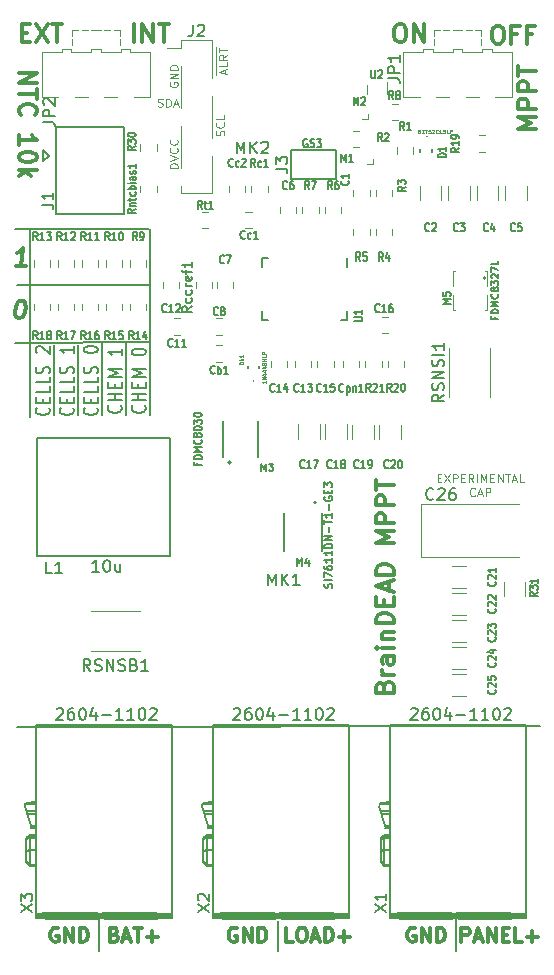
<source format=gto>
G04 #@! TF.GenerationSoftware,KiCad,Pcbnew,(5.0.0-rc3-dev-13-g33a0856)*
G04 #@! TF.CreationDate,2018-08-15T10:40:50+02:00*
G04 #@! TF.ProjectId,BrainDeadMPPT,427261696E446561644D5050542E6B69,rev?*
G04 #@! TF.SameCoordinates,Original*
G04 #@! TF.FileFunction,Legend,Top*
G04 #@! TF.FilePolarity,Positive*
%FSLAX46Y46*%
G04 Gerber Fmt 4.6, Leading zero omitted, Abs format (unit mm)*
G04 Created by KiCad (PCBNEW (5.0.0-rc3-dev-13-g33a0856)) date Wednesday, 15. August 2018, 10:40:50*
%MOMM*%
%LPD*%
G01*
G04 APERTURE LIST*
%ADD10C,0.120000*%
%ADD11C,0.100000*%
%ADD12C,0.200000*%
%ADD13C,0.300000*%
%ADD14C,0.150000*%
%ADD15C,0.127000*%
%ADD16C,0.152400*%
%ADD17C,0.101600*%
%ADD18C,0.198120*%
%ADD19C,0.050000*%
G04 APERTURE END LIST*
D10*
X36024000Y-38989000D02*
X36257333Y-38989000D01*
X36357333Y-39355666D02*
X36024000Y-39355666D01*
X36024000Y-38655666D01*
X36357333Y-38655666D01*
X36590666Y-38655666D02*
X37057333Y-39355666D01*
X37057333Y-38655666D02*
X36590666Y-39355666D01*
X37324000Y-39355666D02*
X37324000Y-38655666D01*
X37590666Y-38655666D01*
X37657333Y-38689000D01*
X37690666Y-38722333D01*
X37724000Y-38789000D01*
X37724000Y-38889000D01*
X37690666Y-38955666D01*
X37657333Y-38989000D01*
X37590666Y-39022333D01*
X37324000Y-39022333D01*
X38024000Y-38989000D02*
X38257333Y-38989000D01*
X38357333Y-39355666D02*
X38024000Y-39355666D01*
X38024000Y-38655666D01*
X38357333Y-38655666D01*
X39057333Y-39355666D02*
X38824000Y-39022333D01*
X38657333Y-39355666D02*
X38657333Y-38655666D01*
X38924000Y-38655666D01*
X38990666Y-38689000D01*
X39024000Y-38722333D01*
X39057333Y-38789000D01*
X39057333Y-38889000D01*
X39024000Y-38955666D01*
X38990666Y-38989000D01*
X38924000Y-39022333D01*
X38657333Y-39022333D01*
X39357333Y-39355666D02*
X39357333Y-38655666D01*
X39690666Y-39355666D02*
X39690666Y-38655666D01*
X39924000Y-39155666D01*
X40157333Y-38655666D01*
X40157333Y-39355666D01*
X40490666Y-38989000D02*
X40724000Y-38989000D01*
X40824000Y-39355666D02*
X40490666Y-39355666D01*
X40490666Y-38655666D01*
X40824000Y-38655666D01*
X41124000Y-39355666D02*
X41124000Y-38655666D01*
X41524000Y-39355666D01*
X41524000Y-38655666D01*
X41757333Y-38655666D02*
X42157333Y-38655666D01*
X41957333Y-39355666D02*
X41957333Y-38655666D01*
X42357333Y-39155666D02*
X42690666Y-39155666D01*
X42290666Y-39355666D02*
X42524000Y-38655666D01*
X42757333Y-39355666D01*
X43324000Y-39355666D02*
X42990666Y-39355666D01*
X42990666Y-38655666D01*
X39190666Y-40459000D02*
X39157333Y-40492333D01*
X39057333Y-40525666D01*
X38990666Y-40525666D01*
X38890666Y-40492333D01*
X38824000Y-40425666D01*
X38790666Y-40359000D01*
X38757333Y-40225666D01*
X38757333Y-40125666D01*
X38790666Y-39992333D01*
X38824000Y-39925666D01*
X38890666Y-39859000D01*
X38990666Y-39825666D01*
X39057333Y-39825666D01*
X39157333Y-39859000D01*
X39190666Y-39892333D01*
X39457333Y-40325666D02*
X39790666Y-40325666D01*
X39390666Y-40525666D02*
X39624000Y-39825666D01*
X39857333Y-40525666D01*
X40090666Y-40525666D02*
X40090666Y-39825666D01*
X40357333Y-39825666D01*
X40424000Y-39859000D01*
X40457333Y-39892333D01*
X40490666Y-39959000D01*
X40490666Y-40059000D01*
X40457333Y-40125666D01*
X40424000Y-40159000D01*
X40357333Y-40192333D01*
X40090666Y-40192333D01*
D11*
X14032666Y-12740333D02*
X13332666Y-12740333D01*
X13332666Y-12573666D01*
X13366000Y-12473666D01*
X13432666Y-12407000D01*
X13499333Y-12373666D01*
X13632666Y-12340333D01*
X13732666Y-12340333D01*
X13866000Y-12373666D01*
X13932666Y-12407000D01*
X13999333Y-12473666D01*
X14032666Y-12573666D01*
X14032666Y-12740333D01*
X13332666Y-12140333D02*
X14032666Y-11907000D01*
X13332666Y-11673666D01*
X13966000Y-11040333D02*
X13999333Y-11073666D01*
X14032666Y-11173666D01*
X14032666Y-11240333D01*
X13999333Y-11340333D01*
X13932666Y-11407000D01*
X13866000Y-11440333D01*
X13732666Y-11473666D01*
X13632666Y-11473666D01*
X13499333Y-11440333D01*
X13432666Y-11407000D01*
X13366000Y-11340333D01*
X13332666Y-11240333D01*
X13332666Y-11173666D01*
X13366000Y-11073666D01*
X13399333Y-11040333D01*
X13966000Y-10340333D02*
X13999333Y-10373666D01*
X14032666Y-10473666D01*
X14032666Y-10540333D01*
X13999333Y-10640333D01*
X13932666Y-10707000D01*
X13866000Y-10740333D01*
X13732666Y-10773666D01*
X13632666Y-10773666D01*
X13499333Y-10740333D01*
X13432666Y-10707000D01*
X13366000Y-10640333D01*
X13332666Y-10540333D01*
X13332666Y-10473666D01*
X13366000Y-10373666D01*
X13399333Y-10340333D01*
X13366000Y-5486333D02*
X13332666Y-5553000D01*
X13332666Y-5653000D01*
X13366000Y-5753000D01*
X13432666Y-5819666D01*
X13499333Y-5853000D01*
X13632666Y-5886333D01*
X13732666Y-5886333D01*
X13866000Y-5853000D01*
X13932666Y-5819666D01*
X13999333Y-5753000D01*
X14032666Y-5653000D01*
X14032666Y-5586333D01*
X13999333Y-5486333D01*
X13966000Y-5453000D01*
X13732666Y-5453000D01*
X13732666Y-5586333D01*
X14032666Y-5153000D02*
X13332666Y-5153000D01*
X14032666Y-4753000D01*
X13332666Y-4753000D01*
X14032666Y-4419666D02*
X13332666Y-4419666D01*
X13332666Y-4253000D01*
X13366000Y-4153000D01*
X13432666Y-4086333D01*
X13499333Y-4053000D01*
X13632666Y-4019666D01*
X13732666Y-4019666D01*
X13866000Y-4053000D01*
X13932666Y-4086333D01*
X13999333Y-4153000D01*
X14032666Y-4253000D01*
X14032666Y-4419666D01*
X17273000Y-4883000D02*
X17273000Y-4283000D01*
X18023666Y-4749666D02*
X18023666Y-4416333D01*
X18223666Y-4816333D02*
X17523666Y-4583000D01*
X18223666Y-4349666D01*
X17273000Y-4283000D02*
X17273000Y-3716333D01*
X18223666Y-3783000D02*
X18223666Y-4116333D01*
X17523666Y-4116333D01*
X17273000Y-3716333D02*
X17273000Y-3016333D01*
X18223666Y-3149666D02*
X17890333Y-3383000D01*
X18223666Y-3549666D02*
X17523666Y-3549666D01*
X17523666Y-3283000D01*
X17557000Y-3216333D01*
X17590333Y-3183000D01*
X17657000Y-3149666D01*
X17757000Y-3149666D01*
X17823666Y-3183000D01*
X17857000Y-3216333D01*
X17890333Y-3283000D01*
X17890333Y-3549666D01*
X17273000Y-3016333D02*
X17273000Y-2483000D01*
X17523666Y-2949666D02*
X17523666Y-2549666D01*
X18223666Y-2749666D02*
X17523666Y-2749666D01*
X12358000Y-7522333D02*
X12458000Y-7555666D01*
X12624666Y-7555666D01*
X12691333Y-7522333D01*
X12724666Y-7489000D01*
X12758000Y-7422333D01*
X12758000Y-7355666D01*
X12724666Y-7289000D01*
X12691333Y-7255666D01*
X12624666Y-7222333D01*
X12491333Y-7189000D01*
X12424666Y-7155666D01*
X12391333Y-7122333D01*
X12358000Y-7055666D01*
X12358000Y-6989000D01*
X12391333Y-6922333D01*
X12424666Y-6889000D01*
X12491333Y-6855666D01*
X12658000Y-6855666D01*
X12758000Y-6889000D01*
X13058000Y-7555666D02*
X13058000Y-6855666D01*
X13224666Y-6855666D01*
X13324666Y-6889000D01*
X13391333Y-6955666D01*
X13424666Y-7022333D01*
X13458000Y-7155666D01*
X13458000Y-7255666D01*
X13424666Y-7389000D01*
X13391333Y-7455666D01*
X13324666Y-7522333D01*
X13224666Y-7555666D01*
X13058000Y-7555666D01*
X13724666Y-7355666D02*
X14058000Y-7355666D01*
X13658000Y-7555666D02*
X13891333Y-6855666D01*
X14124666Y-7555666D01*
X17936333Y-9977333D02*
X17969666Y-9877333D01*
X17969666Y-9710666D01*
X17936333Y-9644000D01*
X17903000Y-9610666D01*
X17836333Y-9577333D01*
X17769666Y-9577333D01*
X17703000Y-9610666D01*
X17669666Y-9644000D01*
X17636333Y-9710666D01*
X17603000Y-9844000D01*
X17569666Y-9910666D01*
X17536333Y-9944000D01*
X17469666Y-9977333D01*
X17403000Y-9977333D01*
X17336333Y-9944000D01*
X17303000Y-9910666D01*
X17269666Y-9844000D01*
X17269666Y-9677333D01*
X17303000Y-9577333D01*
X17903000Y-8877333D02*
X17936333Y-8910666D01*
X17969666Y-9010666D01*
X17969666Y-9077333D01*
X17936333Y-9177333D01*
X17869666Y-9244000D01*
X17803000Y-9277333D01*
X17669666Y-9310666D01*
X17569666Y-9310666D01*
X17436333Y-9277333D01*
X17369666Y-9244000D01*
X17303000Y-9177333D01*
X17269666Y-9077333D01*
X17269666Y-9010666D01*
X17303000Y-8910666D01*
X17336333Y-8877333D01*
X17969666Y-8244000D02*
X17969666Y-8577333D01*
X17269666Y-8577333D01*
D12*
X7366000Y-76200000D02*
X7366000Y-78994000D01*
X37592000Y-76200000D02*
X37592000Y-78994000D01*
X22479000Y-76454000D02*
X22479000Y-78994000D01*
D13*
X44366571Y-9429428D02*
X42866571Y-9429428D01*
X43938000Y-8929428D01*
X42866571Y-8429428D01*
X44366571Y-8429428D01*
X44366571Y-7715142D02*
X42866571Y-7715142D01*
X42866571Y-7143714D01*
X42938000Y-7000857D01*
X43009428Y-6929428D01*
X43152285Y-6858000D01*
X43366571Y-6858000D01*
X43509428Y-6929428D01*
X43580857Y-7000857D01*
X43652285Y-7143714D01*
X43652285Y-7715142D01*
X44366571Y-6215142D02*
X42866571Y-6215142D01*
X42866571Y-5643714D01*
X42938000Y-5500857D01*
X43009428Y-5429428D01*
X43152285Y-5358000D01*
X43366571Y-5358000D01*
X43509428Y-5429428D01*
X43580857Y-5500857D01*
X43652285Y-5643714D01*
X43652285Y-6215142D01*
X42866571Y-4929428D02*
X42866571Y-4072285D01*
X44366571Y-4500857D02*
X42866571Y-4500857D01*
X40989428Y-702571D02*
X41275142Y-702571D01*
X41418000Y-774000D01*
X41560857Y-916857D01*
X41632285Y-1202571D01*
X41632285Y-1702571D01*
X41560857Y-1988285D01*
X41418000Y-2131142D01*
X41275142Y-2202571D01*
X40989428Y-2202571D01*
X40846571Y-2131142D01*
X40703714Y-1988285D01*
X40632285Y-1702571D01*
X40632285Y-1202571D01*
X40703714Y-916857D01*
X40846571Y-774000D01*
X40989428Y-702571D01*
X42775142Y-1416857D02*
X42275142Y-1416857D01*
X42275142Y-2202571D02*
X42275142Y-702571D01*
X42989428Y-702571D01*
X44060857Y-1416857D02*
X43560857Y-1416857D01*
X43560857Y-2202571D02*
X43560857Y-702571D01*
X44275142Y-702571D01*
X32726428Y-575571D02*
X33012142Y-575571D01*
X33155000Y-647000D01*
X33297857Y-789857D01*
X33369285Y-1075571D01*
X33369285Y-1575571D01*
X33297857Y-1861285D01*
X33155000Y-2004142D01*
X33012142Y-2075571D01*
X32726428Y-2075571D01*
X32583571Y-2004142D01*
X32440714Y-1861285D01*
X32369285Y-1575571D01*
X32369285Y-1075571D01*
X32440714Y-789857D01*
X32583571Y-647000D01*
X32726428Y-575571D01*
X34012142Y-2075571D02*
X34012142Y-575571D01*
X34869285Y-2075571D01*
X34869285Y-575571D01*
X591428Y-4659857D02*
X2091428Y-4659857D01*
X591428Y-5517000D01*
X2091428Y-5517000D01*
X2091428Y-6017000D02*
X2091428Y-6874142D01*
X591428Y-6445571D02*
X2091428Y-6445571D01*
X734285Y-8231285D02*
X662857Y-8159857D01*
X591428Y-7945571D01*
X591428Y-7802714D01*
X662857Y-7588428D01*
X805714Y-7445571D01*
X948571Y-7374142D01*
X1234285Y-7302714D01*
X1448571Y-7302714D01*
X1734285Y-7374142D01*
X1877142Y-7445571D01*
X2020000Y-7588428D01*
X2091428Y-7802714D01*
X2091428Y-7945571D01*
X2020000Y-8159857D01*
X1948571Y-8231285D01*
X591428Y-10802714D02*
X591428Y-9945571D01*
X591428Y-10374142D02*
X2091428Y-10374142D01*
X1877142Y-10231285D01*
X1734285Y-10088428D01*
X1662857Y-9945571D01*
X2091428Y-11731285D02*
X2091428Y-11874142D01*
X2019999Y-12016999D01*
X1948571Y-12088428D01*
X1805714Y-12159857D01*
X1519999Y-12231285D01*
X1162857Y-12231285D01*
X877142Y-12159857D01*
X734285Y-12088428D01*
X662857Y-12016999D01*
X591428Y-11874142D01*
X591428Y-11731285D01*
X662857Y-11588428D01*
X734285Y-11516999D01*
X877142Y-11445571D01*
X1162857Y-11374142D01*
X1519999Y-11374142D01*
X1805714Y-11445571D01*
X1948571Y-11516999D01*
X2019999Y-11588428D01*
X2091428Y-11731285D01*
X591428Y-12874142D02*
X2091428Y-12874142D01*
X1162857Y-13016999D02*
X591428Y-13445571D01*
X1591428Y-13445571D02*
X1019999Y-12874142D01*
X805857Y-1289857D02*
X1305857Y-1289857D01*
X1520142Y-2075571D02*
X805857Y-2075571D01*
X805857Y-575571D01*
X1520142Y-575571D01*
X2020142Y-575571D02*
X3020142Y-2075571D01*
X3020142Y-575571D02*
X2020142Y-2075571D01*
X3377285Y-575571D02*
X4234428Y-575571D01*
X3805857Y-2075571D02*
X3805857Y-575571D01*
X10326857Y-2075571D02*
X10326857Y-575571D01*
X11041142Y-2075571D02*
X11041142Y-575571D01*
X11898285Y-2075571D01*
X11898285Y-575571D01*
X12398285Y-575571D02*
X13255428Y-575571D01*
X12826857Y-2075571D02*
X12826857Y-575571D01*
X34137714Y-77124000D02*
X34023428Y-77066857D01*
X33852000Y-77066857D01*
X33680571Y-77124000D01*
X33566285Y-77238285D01*
X33509142Y-77352571D01*
X33452000Y-77581142D01*
X33452000Y-77752571D01*
X33509142Y-77981142D01*
X33566285Y-78095428D01*
X33680571Y-78209714D01*
X33852000Y-78266857D01*
X33966285Y-78266857D01*
X34137714Y-78209714D01*
X34194857Y-78152571D01*
X34194857Y-77752571D01*
X33966285Y-77752571D01*
X34709142Y-78266857D02*
X34709142Y-77066857D01*
X35394857Y-78266857D01*
X35394857Y-77066857D01*
X35966285Y-78266857D02*
X35966285Y-77066857D01*
X36252000Y-77066857D01*
X36423428Y-77124000D01*
X36537714Y-77238285D01*
X36594857Y-77352571D01*
X36652000Y-77581142D01*
X36652000Y-77752571D01*
X36594857Y-77981142D01*
X36537714Y-78095428D01*
X36423428Y-78209714D01*
X36252000Y-78266857D01*
X35966285Y-78266857D01*
X19024714Y-77124000D02*
X18910428Y-77066857D01*
X18739000Y-77066857D01*
X18567571Y-77124000D01*
X18453285Y-77238285D01*
X18396142Y-77352571D01*
X18339000Y-77581142D01*
X18339000Y-77752571D01*
X18396142Y-77981142D01*
X18453285Y-78095428D01*
X18567571Y-78209714D01*
X18739000Y-78266857D01*
X18853285Y-78266857D01*
X19024714Y-78209714D01*
X19081857Y-78152571D01*
X19081857Y-77752571D01*
X18853285Y-77752571D01*
X19596142Y-78266857D02*
X19596142Y-77066857D01*
X20281857Y-78266857D01*
X20281857Y-77066857D01*
X20853285Y-78266857D02*
X20853285Y-77066857D01*
X21139000Y-77066857D01*
X21310428Y-77124000D01*
X21424714Y-77238285D01*
X21481857Y-77352571D01*
X21539000Y-77581142D01*
X21539000Y-77752571D01*
X21481857Y-77981142D01*
X21424714Y-78095428D01*
X21310428Y-78209714D01*
X21139000Y-78266857D01*
X20853285Y-78266857D01*
X3911714Y-77124000D02*
X3797428Y-77066857D01*
X3626000Y-77066857D01*
X3454571Y-77124000D01*
X3340285Y-77238285D01*
X3283142Y-77352571D01*
X3226000Y-77581142D01*
X3226000Y-77752571D01*
X3283142Y-77981142D01*
X3340285Y-78095428D01*
X3454571Y-78209714D01*
X3626000Y-78266857D01*
X3740285Y-78266857D01*
X3911714Y-78209714D01*
X3968857Y-78152571D01*
X3968857Y-77752571D01*
X3740285Y-77752571D01*
X4483142Y-78266857D02*
X4483142Y-77066857D01*
X5168857Y-78266857D01*
X5168857Y-77066857D01*
X5740285Y-78266857D02*
X5740285Y-77066857D01*
X6026000Y-77066857D01*
X6197428Y-77124000D01*
X6311714Y-77238285D01*
X6368857Y-77352571D01*
X6426000Y-77581142D01*
X6426000Y-77752571D01*
X6368857Y-77981142D01*
X6311714Y-78095428D01*
X6197428Y-78209714D01*
X6026000Y-78266857D01*
X5740285Y-78266857D01*
X8658428Y-77638285D02*
X8829857Y-77695428D01*
X8887000Y-77752571D01*
X8944142Y-77866857D01*
X8944142Y-78038285D01*
X8887000Y-78152571D01*
X8829857Y-78209714D01*
X8715571Y-78266857D01*
X8258428Y-78266857D01*
X8258428Y-77066857D01*
X8658428Y-77066857D01*
X8772714Y-77124000D01*
X8829857Y-77181142D01*
X8887000Y-77295428D01*
X8887000Y-77409714D01*
X8829857Y-77524000D01*
X8772714Y-77581142D01*
X8658428Y-77638285D01*
X8258428Y-77638285D01*
X9401285Y-77924000D02*
X9972714Y-77924000D01*
X9287000Y-78266857D02*
X9687000Y-77066857D01*
X10087000Y-78266857D01*
X10315571Y-77066857D02*
X11001285Y-77066857D01*
X10658428Y-78266857D02*
X10658428Y-77066857D01*
X11401285Y-77809714D02*
X12315571Y-77809714D01*
X11858428Y-78266857D02*
X11858428Y-77352571D01*
X38046428Y-78266857D02*
X38046428Y-77066857D01*
X38503571Y-77066857D01*
X38617857Y-77124000D01*
X38675000Y-77181142D01*
X38732142Y-77295428D01*
X38732142Y-77466857D01*
X38675000Y-77581142D01*
X38617857Y-77638285D01*
X38503571Y-77695428D01*
X38046428Y-77695428D01*
X39189285Y-77924000D02*
X39760714Y-77924000D01*
X39075000Y-78266857D02*
X39475000Y-77066857D01*
X39875000Y-78266857D01*
X40275000Y-78266857D02*
X40275000Y-77066857D01*
X40960714Y-78266857D01*
X40960714Y-77066857D01*
X41532142Y-77638285D02*
X41932142Y-77638285D01*
X42103571Y-78266857D02*
X41532142Y-78266857D01*
X41532142Y-77066857D01*
X42103571Y-77066857D01*
X43189285Y-78266857D02*
X42617857Y-78266857D01*
X42617857Y-77066857D01*
X43589285Y-77809714D02*
X44503571Y-77809714D01*
X44046428Y-78266857D02*
X44046428Y-77352571D01*
X23793714Y-78266857D02*
X23222285Y-78266857D01*
X23222285Y-77066857D01*
X24422285Y-77066857D02*
X24650857Y-77066857D01*
X24765142Y-77124000D01*
X24879428Y-77238285D01*
X24936571Y-77466857D01*
X24936571Y-77866857D01*
X24879428Y-78095428D01*
X24765142Y-78209714D01*
X24650857Y-78266857D01*
X24422285Y-78266857D01*
X24308000Y-78209714D01*
X24193714Y-78095428D01*
X24136571Y-77866857D01*
X24136571Y-77466857D01*
X24193714Y-77238285D01*
X24308000Y-77124000D01*
X24422285Y-77066857D01*
X25393714Y-77924000D02*
X25965142Y-77924000D01*
X25279428Y-78266857D02*
X25679428Y-77066857D01*
X26079428Y-78266857D01*
X26479428Y-78266857D02*
X26479428Y-77066857D01*
X26765142Y-77066857D01*
X26936571Y-77124000D01*
X27050857Y-77238285D01*
X27108000Y-77352571D01*
X27165142Y-77581142D01*
X27165142Y-77752571D01*
X27108000Y-77981142D01*
X27050857Y-78095428D01*
X26936571Y-78209714D01*
X26765142Y-78266857D01*
X26479428Y-78266857D01*
X27679428Y-77809714D02*
X28593714Y-77809714D01*
X28136571Y-78266857D02*
X28136571Y-77352571D01*
D12*
X1524000Y-33782000D02*
X1524000Y-17907000D01*
X381000Y-22606000D02*
X11557000Y-22606000D01*
X254000Y-17907000D02*
X11557000Y-17907000D01*
X254000Y-27559000D02*
X11684000Y-27432000D01*
D13*
X674999Y-25459428D02*
X532142Y-25459428D01*
X398214Y-25388000D01*
X335714Y-25316571D01*
X282142Y-25173714D01*
X246428Y-24888000D01*
X291071Y-24530857D01*
X398214Y-24245142D01*
X487499Y-24102285D01*
X567857Y-24030857D01*
X719642Y-23959428D01*
X862499Y-23959428D01*
X996428Y-24030857D01*
X1058928Y-24102285D01*
X1112500Y-24245142D01*
X1148214Y-24530857D01*
X1103571Y-24888000D01*
X996428Y-25173714D01*
X907142Y-25316571D01*
X826785Y-25388000D01*
X674999Y-25459428D01*
X1161500Y-20998571D02*
X304357Y-20998571D01*
X732928Y-20998571D02*
X920428Y-19498571D01*
X750785Y-19712857D01*
X590071Y-19855714D01*
X438285Y-19927142D01*
D12*
X3556000Y-33655000D02*
X3556000Y-27686000D01*
X5588000Y-27686000D02*
X5588000Y-33655000D01*
X7620000Y-33655000D02*
X7620000Y-27559000D01*
X9652000Y-27432000D02*
X9652000Y-33655000D01*
X11684000Y-33655000D02*
X11684000Y-17907000D01*
X3106714Y-33019714D02*
X3164809Y-33067333D01*
X3222904Y-33210190D01*
X3222904Y-33305428D01*
X3164809Y-33448285D01*
X3048619Y-33543523D01*
X2932428Y-33591142D01*
X2700047Y-33638761D01*
X2525761Y-33638761D01*
X2293380Y-33591142D01*
X2177190Y-33543523D01*
X2061000Y-33448285D01*
X2002904Y-33305428D01*
X2002904Y-33210190D01*
X2061000Y-33067333D01*
X2119095Y-33019714D01*
X2583857Y-32591142D02*
X2583857Y-32257809D01*
X3222904Y-32114952D02*
X3222904Y-32591142D01*
X2002904Y-32591142D01*
X2002904Y-32114952D01*
X3222904Y-31210190D02*
X3222904Y-31686380D01*
X2002904Y-31686380D01*
X3222904Y-30400666D02*
X3222904Y-30876857D01*
X2002904Y-30876857D01*
X3164809Y-30114952D02*
X3222904Y-29972095D01*
X3222904Y-29734000D01*
X3164809Y-29638761D01*
X3106714Y-29591142D01*
X2990523Y-29543523D01*
X2874333Y-29543523D01*
X2758142Y-29591142D01*
X2700047Y-29638761D01*
X2641952Y-29734000D01*
X2583857Y-29924476D01*
X2525761Y-30019714D01*
X2467666Y-30067333D01*
X2351476Y-30114952D01*
X2235285Y-30114952D01*
X2119095Y-30067333D01*
X2061000Y-30019714D01*
X2002904Y-29924476D01*
X2002904Y-29686380D01*
X2061000Y-29543523D01*
X2119095Y-28400666D02*
X2061000Y-28353047D01*
X2002904Y-28257809D01*
X2002904Y-28019714D01*
X2061000Y-27924476D01*
X2119095Y-27876857D01*
X2235285Y-27829238D01*
X2351476Y-27829238D01*
X2525761Y-27876857D01*
X3222904Y-28448285D01*
X3222904Y-27829238D01*
X5136714Y-33019714D02*
X5194809Y-33067333D01*
X5252904Y-33210190D01*
X5252904Y-33305428D01*
X5194809Y-33448285D01*
X5078619Y-33543523D01*
X4962428Y-33591142D01*
X4730047Y-33638761D01*
X4555761Y-33638761D01*
X4323380Y-33591142D01*
X4207190Y-33543523D01*
X4091000Y-33448285D01*
X4032904Y-33305428D01*
X4032904Y-33210190D01*
X4091000Y-33067333D01*
X4149095Y-33019714D01*
X4613857Y-32591142D02*
X4613857Y-32257809D01*
X5252904Y-32114952D02*
X5252904Y-32591142D01*
X4032904Y-32591142D01*
X4032904Y-32114952D01*
X5252904Y-31210190D02*
X5252904Y-31686380D01*
X4032904Y-31686380D01*
X5252904Y-30400666D02*
X5252904Y-30876857D01*
X4032904Y-30876857D01*
X5194809Y-30114952D02*
X5252904Y-29972095D01*
X5252904Y-29734000D01*
X5194809Y-29638761D01*
X5136714Y-29591142D01*
X5020523Y-29543523D01*
X4904333Y-29543523D01*
X4788142Y-29591142D01*
X4730047Y-29638761D01*
X4671952Y-29734000D01*
X4613857Y-29924476D01*
X4555761Y-30019714D01*
X4497666Y-30067333D01*
X4381476Y-30114952D01*
X4265285Y-30114952D01*
X4149095Y-30067333D01*
X4091000Y-30019714D01*
X4032904Y-29924476D01*
X4032904Y-29686380D01*
X4091000Y-29543523D01*
X5252904Y-27829238D02*
X5252904Y-28400666D01*
X5252904Y-28114952D02*
X4032904Y-28114952D01*
X4207190Y-28210190D01*
X4323380Y-28305428D01*
X4381476Y-28400666D01*
X7166714Y-33019714D02*
X7224809Y-33067333D01*
X7282904Y-33210190D01*
X7282904Y-33305428D01*
X7224809Y-33448285D01*
X7108619Y-33543523D01*
X6992428Y-33591142D01*
X6760047Y-33638761D01*
X6585761Y-33638761D01*
X6353380Y-33591142D01*
X6237190Y-33543523D01*
X6121000Y-33448285D01*
X6062904Y-33305428D01*
X6062904Y-33210190D01*
X6121000Y-33067333D01*
X6179095Y-33019714D01*
X6643857Y-32591142D02*
X6643857Y-32257809D01*
X7282904Y-32114952D02*
X7282904Y-32591142D01*
X6062904Y-32591142D01*
X6062904Y-32114952D01*
X7282904Y-31210190D02*
X7282904Y-31686380D01*
X6062904Y-31686380D01*
X7282904Y-30400666D02*
X7282904Y-30876857D01*
X6062904Y-30876857D01*
X7224809Y-30114952D02*
X7282904Y-29972095D01*
X7282904Y-29734000D01*
X7224809Y-29638761D01*
X7166714Y-29591142D01*
X7050523Y-29543523D01*
X6934333Y-29543523D01*
X6818142Y-29591142D01*
X6760047Y-29638761D01*
X6701952Y-29734000D01*
X6643857Y-29924476D01*
X6585761Y-30019714D01*
X6527666Y-30067333D01*
X6411476Y-30114952D01*
X6295285Y-30114952D01*
X6179095Y-30067333D01*
X6121000Y-30019714D01*
X6062904Y-29924476D01*
X6062904Y-29686380D01*
X6121000Y-29543523D01*
X6062904Y-28162571D02*
X6062904Y-28067333D01*
X6121000Y-27972095D01*
X6179095Y-27924476D01*
X6295285Y-27876857D01*
X6527666Y-27829238D01*
X6818142Y-27829238D01*
X7050523Y-27876857D01*
X7166714Y-27924476D01*
X7224809Y-27972095D01*
X7282904Y-28067333D01*
X7282904Y-28162571D01*
X7224809Y-28257809D01*
X7166714Y-28305428D01*
X7050523Y-28353047D01*
X6818142Y-28400666D01*
X6527666Y-28400666D01*
X6295285Y-28353047D01*
X6179095Y-28305428D01*
X6121000Y-28257809D01*
X6062904Y-28162571D01*
X9196714Y-32829238D02*
X9254809Y-32876857D01*
X9312904Y-33019714D01*
X9312904Y-33114952D01*
X9254809Y-33257809D01*
X9138619Y-33353047D01*
X9022428Y-33400666D01*
X8790047Y-33448285D01*
X8615761Y-33448285D01*
X8383380Y-33400666D01*
X8267190Y-33353047D01*
X8151000Y-33257809D01*
X8092904Y-33114952D01*
X8092904Y-33019714D01*
X8151000Y-32876857D01*
X8209095Y-32829238D01*
X9312904Y-32400666D02*
X8092904Y-32400666D01*
X8673857Y-32400666D02*
X8673857Y-31829238D01*
X9312904Y-31829238D02*
X8092904Y-31829238D01*
X8673857Y-31353047D02*
X8673857Y-31019714D01*
X9312904Y-30876857D02*
X9312904Y-31353047D01*
X8092904Y-31353047D01*
X8092904Y-30876857D01*
X9312904Y-30448285D02*
X8092904Y-30448285D01*
X8964333Y-30114952D01*
X8092904Y-29781619D01*
X9312904Y-29781619D01*
X9312904Y-28019714D02*
X9312904Y-28591142D01*
X9312904Y-28305428D02*
X8092904Y-28305428D01*
X8267190Y-28400666D01*
X8383380Y-28495904D01*
X8441476Y-28591142D01*
X11226714Y-32829238D02*
X11284809Y-32876857D01*
X11342904Y-33019714D01*
X11342904Y-33114952D01*
X11284809Y-33257809D01*
X11168619Y-33353047D01*
X11052428Y-33400666D01*
X10820047Y-33448285D01*
X10645761Y-33448285D01*
X10413380Y-33400666D01*
X10297190Y-33353047D01*
X10181000Y-33257809D01*
X10122904Y-33114952D01*
X10122904Y-33019714D01*
X10181000Y-32876857D01*
X10239095Y-32829238D01*
X11342904Y-32400666D02*
X10122904Y-32400666D01*
X10703857Y-32400666D02*
X10703857Y-31829238D01*
X11342904Y-31829238D02*
X10122904Y-31829238D01*
X10703857Y-31353047D02*
X10703857Y-31019714D01*
X11342904Y-30876857D02*
X11342904Y-31353047D01*
X10122904Y-31353047D01*
X10122904Y-30876857D01*
X11342904Y-30448285D02*
X10122904Y-30448285D01*
X10994333Y-30114952D01*
X10122904Y-29781619D01*
X11342904Y-29781619D01*
X10122904Y-28353047D02*
X10122904Y-28257809D01*
X10181000Y-28162571D01*
X10239095Y-28114952D01*
X10355285Y-28067333D01*
X10587666Y-28019714D01*
X10878142Y-28019714D01*
X11110523Y-28067333D01*
X11226714Y-28114952D01*
X11284809Y-28162571D01*
X11342904Y-28257809D01*
X11342904Y-28353047D01*
X11284809Y-28448285D01*
X11226714Y-28495904D01*
X11110523Y-28543523D01*
X10878142Y-28591142D01*
X10587666Y-28591142D01*
X10355285Y-28543523D01*
X10239095Y-28495904D01*
X10181000Y-28448285D01*
X10122904Y-28353047D01*
D13*
X31515857Y-56652857D02*
X31587285Y-56438571D01*
X31658714Y-56367142D01*
X31801571Y-56295714D01*
X32015857Y-56295714D01*
X32158714Y-56367142D01*
X32230142Y-56438571D01*
X32301571Y-56581428D01*
X32301571Y-57152857D01*
X30801571Y-57152857D01*
X30801571Y-56652857D01*
X30873000Y-56510000D01*
X30944428Y-56438571D01*
X31087285Y-56367142D01*
X31230142Y-56367142D01*
X31373000Y-56438571D01*
X31444428Y-56510000D01*
X31515857Y-56652857D01*
X31515857Y-57152857D01*
X32301571Y-55652857D02*
X31301571Y-55652857D01*
X31587285Y-55652857D02*
X31444428Y-55581428D01*
X31373000Y-55510000D01*
X31301571Y-55367142D01*
X31301571Y-55224285D01*
X32301571Y-54081428D02*
X31515857Y-54081428D01*
X31373000Y-54152857D01*
X31301571Y-54295714D01*
X31301571Y-54581428D01*
X31373000Y-54724285D01*
X32230142Y-54081428D02*
X32301571Y-54224285D01*
X32301571Y-54581428D01*
X32230142Y-54724285D01*
X32087285Y-54795714D01*
X31944428Y-54795714D01*
X31801571Y-54724285D01*
X31730142Y-54581428D01*
X31730142Y-54224285D01*
X31658714Y-54081428D01*
X32301571Y-53367142D02*
X31301571Y-53367142D01*
X30801571Y-53367142D02*
X30873000Y-53438571D01*
X30944428Y-53367142D01*
X30873000Y-53295714D01*
X30801571Y-53367142D01*
X30944428Y-53367142D01*
X31301571Y-52652857D02*
X32301571Y-52652857D01*
X31444428Y-52652857D02*
X31373000Y-52581428D01*
X31301571Y-52438571D01*
X31301571Y-52224285D01*
X31373000Y-52081428D01*
X31515857Y-52010000D01*
X32301571Y-52010000D01*
X32301571Y-51295714D02*
X30801571Y-51295714D01*
X30801571Y-50938571D01*
X30873000Y-50724285D01*
X31015857Y-50581428D01*
X31158714Y-50510000D01*
X31444428Y-50438571D01*
X31658714Y-50438571D01*
X31944428Y-50510000D01*
X32087285Y-50581428D01*
X32230142Y-50724285D01*
X32301571Y-50938571D01*
X32301571Y-51295714D01*
X31515857Y-49795714D02*
X31515857Y-49295714D01*
X32301571Y-49081428D02*
X32301571Y-49795714D01*
X30801571Y-49795714D01*
X30801571Y-49081428D01*
X31873000Y-48510000D02*
X31873000Y-47795714D01*
X32301571Y-48652857D02*
X30801571Y-48152857D01*
X32301571Y-47652857D01*
X32301571Y-47152857D02*
X30801571Y-47152857D01*
X30801571Y-46795714D01*
X30873000Y-46581428D01*
X31015857Y-46438571D01*
X31158714Y-46367142D01*
X31444428Y-46295714D01*
X31658714Y-46295714D01*
X31944428Y-46367142D01*
X32087285Y-46438571D01*
X32230142Y-46581428D01*
X32301571Y-46795714D01*
X32301571Y-47152857D01*
X32301571Y-44510000D02*
X30801571Y-44510000D01*
X31873000Y-44010000D01*
X30801571Y-43510000D01*
X32301571Y-43510000D01*
X32301571Y-42795714D02*
X30801571Y-42795714D01*
X30801571Y-42224285D01*
X30873000Y-42081428D01*
X30944428Y-42010000D01*
X31087285Y-41938571D01*
X31301571Y-41938571D01*
X31444428Y-42010000D01*
X31515857Y-42081428D01*
X31587285Y-42224285D01*
X31587285Y-42795714D01*
X32301571Y-41295714D02*
X30801571Y-41295714D01*
X30801571Y-40724285D01*
X30873000Y-40581428D01*
X30944428Y-40510000D01*
X31087285Y-40438571D01*
X31301571Y-40438571D01*
X31444428Y-40510000D01*
X31515857Y-40581428D01*
X31587285Y-40724285D01*
X31587285Y-41295714D01*
X30801571Y-40010000D02*
X30801571Y-39152857D01*
X32301571Y-39581428D02*
X30801571Y-39581428D01*
D12*
X381000Y-60071000D02*
X44704000Y-59944000D01*
D14*
G04 #@! TO.C,U1*
X28390000Y-25612000D02*
X27865000Y-25612000D01*
X21140000Y-20362000D02*
X21665000Y-20362000D01*
X21140000Y-25612000D02*
X21665000Y-25612000D01*
X28390000Y-20362000D02*
X28390000Y-21137000D01*
X21140000Y-20362000D02*
X21140000Y-21137000D01*
X21140000Y-25612000D02*
X21140000Y-24837000D01*
X28390000Y-25612000D02*
X28390000Y-24837000D01*
D10*
G04 #@! TO.C,C1*
X28881000Y-14600422D02*
X28881000Y-15117578D01*
X30301000Y-14600422D02*
X30301000Y-15117578D01*
G04 #@! TO.C,C6*
X24078000Y-16514578D02*
X24078000Y-15997422D01*
X22658000Y-16514578D02*
X22658000Y-15997422D01*
G04 #@! TO.C,C7*
X17324000Y-22864578D02*
X17324000Y-22347422D01*
X18744000Y-22864578D02*
X18744000Y-22347422D01*
G04 #@! TO.C,C8*
X17784578Y-25452000D02*
X17267422Y-25452000D01*
X17784578Y-26872000D02*
X17267422Y-26872000D01*
G04 #@! TO.C,C11*
X14228578Y-26872000D02*
X13711422Y-26872000D01*
X14228578Y-25452000D02*
X13711422Y-25452000D01*
G04 #@! TO.C,C12*
X14172000Y-22347422D02*
X14172000Y-22864578D01*
X12752000Y-22347422D02*
X12752000Y-22864578D01*
G04 #@! TO.C,C13*
X25348000Y-29078422D02*
X25348000Y-29595578D01*
X23928000Y-29078422D02*
X23928000Y-29595578D01*
G04 #@! TO.C,C14*
X21896000Y-29078422D02*
X21896000Y-29595578D01*
X23316000Y-29078422D02*
X23316000Y-29595578D01*
G04 #@! TO.C,C15*
X27253000Y-29595578D02*
X27253000Y-29078422D01*
X25833000Y-29595578D02*
X25833000Y-29078422D01*
G04 #@! TO.C,C16*
X31803078Y-26745000D02*
X31285922Y-26745000D01*
X31803078Y-25325000D02*
X31285922Y-25325000D01*
G04 #@! TO.C,C17*
X24236000Y-35654064D02*
X24236000Y-34449936D01*
X26056000Y-35654064D02*
X26056000Y-34449936D01*
G04 #@! TO.C,Cb1*
X17267422Y-27738000D02*
X17784578Y-27738000D01*
X17267422Y-29158000D02*
X17784578Y-29158000D01*
G04 #@! TO.C,Cc1*
X19758922Y-16435000D02*
X20276078Y-16435000D01*
X19758922Y-17855000D02*
X20276078Y-17855000D01*
G04 #@! TO.C,Cc2*
X19760000Y-14736578D02*
X19760000Y-14219422D01*
X18340000Y-14736578D02*
X18340000Y-14219422D01*
G04 #@! TO.C,Cpn1*
X29412000Y-29595578D02*
X29412000Y-29078422D01*
X27992000Y-29595578D02*
X27992000Y-29078422D01*
D15*
G04 #@! TO.C,D1*
X34552000Y-11161000D02*
X34552000Y-11361000D01*
X35552000Y-11161000D02*
X35552000Y-11361000D01*
D16*
X35152000Y-10061000D02*
G75*
G03X35152000Y-10061000I-50000J0D01*
G01*
G04 #@! TO.C,Db1*
X20447000Y-30791000D02*
G75*
G03X20447000Y-30791000I-50000J0D01*
G01*
D15*
X19947000Y-29691000D02*
X19947000Y-29491000D01*
X20947000Y-29691000D02*
X20947000Y-29491000D01*
D12*
G04 #@! TO.C,J3*
X27427000Y-13646000D02*
X23627000Y-13646000D01*
X23627000Y-13646000D02*
X23627000Y-11246000D01*
X23627000Y-11246000D02*
X27427000Y-11246000D01*
X27427000Y-11246000D02*
X27427000Y-13646000D01*
D10*
G04 #@! TO.C,JP1*
X38119000Y-1026000D02*
X38119000Y-1026000D01*
X37319000Y-1026000D02*
X38119000Y-1026000D01*
X37019000Y-1026000D02*
X37019000Y-1026000D01*
X36519000Y-1026000D02*
X37019000Y-1026000D01*
X38419000Y-1026000D02*
X38419000Y-1026000D01*
X38919000Y-1026000D02*
X38419000Y-1026000D01*
X39719000Y-2326000D02*
X39719000Y-2326000D01*
X39719000Y-1826000D02*
X39719000Y-2326000D01*
X35719000Y-2326000D02*
X35719000Y-2326000D01*
X35719000Y-1826000D02*
X35719000Y-2326000D01*
X35719000Y-1526000D02*
X35719000Y-1526000D01*
X35719000Y-1026000D02*
X35719000Y-1526000D01*
X36219000Y-1026000D02*
X36219000Y-1026000D01*
X35719000Y-1026000D02*
X36219000Y-1026000D01*
X39219000Y-1026000D02*
X39219000Y-1026000D01*
X39719000Y-1026000D02*
X39219000Y-1026000D01*
X39719000Y-1526000D02*
X39719000Y-1526000D01*
X39719000Y-1026000D02*
X39719000Y-1526000D01*
X42319000Y-2926000D02*
X42319000Y-2926000D01*
X40619000Y-2926000D02*
X42319000Y-2926000D01*
X40619000Y-2626000D02*
X40619000Y-2926000D01*
X39819000Y-2626000D02*
X40619000Y-2626000D01*
X39819000Y-2926000D02*
X39819000Y-2626000D01*
X38119000Y-2926000D02*
X39819000Y-2926000D01*
X38119000Y-2626000D02*
X38119000Y-2926000D01*
X37319000Y-2626000D02*
X38119000Y-2626000D01*
X37319000Y-2926000D02*
X37319000Y-2626000D01*
X35619000Y-2926000D02*
X37319000Y-2926000D01*
X35619000Y-2626000D02*
X35619000Y-2926000D01*
X34819000Y-2626000D02*
X35619000Y-2626000D01*
X34819000Y-2926000D02*
X34819000Y-2626000D01*
X33119000Y-2926000D02*
X34819000Y-2926000D01*
X39519000Y-6726000D02*
X39519000Y-6726000D01*
X38419000Y-6726000D02*
X39519000Y-6726000D01*
X37019000Y-6726000D02*
X37019000Y-6726000D01*
X35919000Y-6726000D02*
X37019000Y-6726000D01*
X42319000Y-6726000D02*
X40919000Y-6726000D01*
X42319000Y-2926000D02*
X42319000Y-6726000D01*
X33119000Y-6726000D02*
X33119000Y-2926000D01*
X34519000Y-6726000D02*
X33119000Y-6726000D01*
G04 #@! TO.C,JP2*
X3912000Y-6726000D02*
X2512000Y-6726000D01*
X2512000Y-6726000D02*
X2512000Y-2926000D01*
X11712000Y-2926000D02*
X11712000Y-6726000D01*
X11712000Y-6726000D02*
X10312000Y-6726000D01*
X5312000Y-6726000D02*
X6412000Y-6726000D01*
X6412000Y-6726000D02*
X6412000Y-6726000D01*
X7812000Y-6726000D02*
X8912000Y-6726000D01*
X8912000Y-6726000D02*
X8912000Y-6726000D01*
X2512000Y-2926000D02*
X4212000Y-2926000D01*
X4212000Y-2926000D02*
X4212000Y-2626000D01*
X4212000Y-2626000D02*
X5012000Y-2626000D01*
X5012000Y-2626000D02*
X5012000Y-2926000D01*
X5012000Y-2926000D02*
X6712000Y-2926000D01*
X6712000Y-2926000D02*
X6712000Y-2626000D01*
X6712000Y-2626000D02*
X7512000Y-2626000D01*
X7512000Y-2626000D02*
X7512000Y-2926000D01*
X7512000Y-2926000D02*
X9212000Y-2926000D01*
X9212000Y-2926000D02*
X9212000Y-2626000D01*
X9212000Y-2626000D02*
X10012000Y-2626000D01*
X10012000Y-2626000D02*
X10012000Y-2926000D01*
X10012000Y-2926000D02*
X11712000Y-2926000D01*
X11712000Y-2926000D02*
X11712000Y-2926000D01*
X9112000Y-1026000D02*
X9112000Y-1526000D01*
X9112000Y-1526000D02*
X9112000Y-1526000D01*
X9112000Y-1026000D02*
X8612000Y-1026000D01*
X8612000Y-1026000D02*
X8612000Y-1026000D01*
X5112000Y-1026000D02*
X5612000Y-1026000D01*
X5612000Y-1026000D02*
X5612000Y-1026000D01*
X5112000Y-1026000D02*
X5112000Y-1526000D01*
X5112000Y-1526000D02*
X5112000Y-1526000D01*
X5112000Y-1826000D02*
X5112000Y-2326000D01*
X5112000Y-2326000D02*
X5112000Y-2326000D01*
X9112000Y-1826000D02*
X9112000Y-2326000D01*
X9112000Y-2326000D02*
X9112000Y-2326000D01*
X8312000Y-1026000D02*
X7812000Y-1026000D01*
X7812000Y-1026000D02*
X7812000Y-1026000D01*
X5912000Y-1026000D02*
X6412000Y-1026000D01*
X6412000Y-1026000D02*
X6412000Y-1026000D01*
X6712000Y-1026000D02*
X7512000Y-1026000D01*
X7512000Y-1026000D02*
X7512000Y-1026000D01*
D15*
G04 #@! TO.C,L1*
X13397000Y-35617000D02*
X2097000Y-35617000D01*
X2097000Y-35617000D02*
X2097000Y-45617000D01*
X2097000Y-45617000D02*
X13397000Y-45617000D01*
X13397000Y-45617000D02*
X13397000Y-35617000D01*
D10*
G04 #@! TO.C,M1*
X30545000Y-12438000D02*
X30545000Y-11938000D01*
X30045000Y-12438000D02*
X30545000Y-12438000D01*
G04 #@! TO.C,M2*
X29633000Y-8628000D02*
X30133000Y-8628000D01*
X30133000Y-8628000D02*
X30133000Y-8128000D01*
D12*
G04 #@! TO.C,M3*
X17860000Y-34194000D02*
X17860000Y-37194000D01*
X20860000Y-37194000D02*
X20860000Y-34194000D01*
X18521800Y-37694000D02*
G75*
G03X18521800Y-37694000I-111800J0D01*
G01*
D15*
G04 #@! TO.C,M4*
X26213000Y-41986000D02*
X26213000Y-45136000D01*
X23063000Y-41986000D02*
X23063000Y-45136000D01*
D12*
X25738000Y-41061000D02*
G75*
G03X25738000Y-41061000I-100000J0D01*
G01*
D17*
G04 #@! TO.C,M5*
X40226000Y-24767000D02*
X40076000Y-24767000D01*
X37476000Y-24767000D02*
X37326000Y-24767000D01*
X37326000Y-24767000D02*
X37326000Y-23479500D01*
X37326000Y-22754500D02*
X37326000Y-21467000D01*
X37326000Y-21467000D02*
X37476000Y-21467000D01*
X40076000Y-21467000D02*
X40226000Y-21467000D01*
X40226000Y-21467000D02*
X40226000Y-22754500D01*
X40226000Y-23479500D02*
X40226000Y-24767000D01*
D11*
X40101000Y-22042000D02*
G75*
G03X40101000Y-22042000I-125000J0D01*
G01*
D10*
G04 #@! TO.C,R1*
X33984000Y-10995922D02*
X33984000Y-11513078D01*
X32564000Y-10995922D02*
X32564000Y-11513078D01*
G04 #@! TO.C,R2*
X29390078Y-10997000D02*
X28872922Y-10997000D01*
X29390078Y-9577000D02*
X28872922Y-9577000D01*
G04 #@! TO.C,R3*
X30786000Y-14600422D02*
X30786000Y-15117578D01*
X32206000Y-14600422D02*
X32206000Y-15117578D01*
G04 #@! TO.C,R4*
X32206000Y-17902422D02*
X32206000Y-18419578D01*
X30786000Y-17902422D02*
X30786000Y-18419578D01*
G04 #@! TO.C,R5*
X28881000Y-17902422D02*
X28881000Y-18419578D01*
X30301000Y-17902422D02*
X30301000Y-18419578D01*
G04 #@! TO.C,R6*
X27888000Y-15997422D02*
X27888000Y-16514578D01*
X26468000Y-15997422D02*
X26468000Y-16514578D01*
G04 #@! TO.C,R7*
X25983000Y-16514578D02*
X25983000Y-15997422D01*
X24563000Y-16514578D02*
X24563000Y-15997422D01*
G04 #@! TO.C,R8*
X32126422Y-8711000D02*
X32643578Y-8711000D01*
X32126422Y-7291000D02*
X32643578Y-7291000D01*
G04 #@! TO.C,R9*
X11378000Y-20566748D02*
X11378000Y-21089252D01*
X9958000Y-20566748D02*
X9958000Y-21089252D01*
G04 #@! TO.C,R10*
X9346000Y-20566748D02*
X9346000Y-21089252D01*
X7926000Y-20566748D02*
X7926000Y-21089252D01*
G04 #@! TO.C,R11*
X5894000Y-20566748D02*
X5894000Y-21089252D01*
X7314000Y-20566748D02*
X7314000Y-21089252D01*
G04 #@! TO.C,R12*
X5282000Y-20557748D02*
X5282000Y-21080252D01*
X3862000Y-20557748D02*
X3862000Y-21080252D01*
G04 #@! TO.C,R13*
X1830000Y-20566748D02*
X1830000Y-21089252D01*
X3250000Y-20566748D02*
X3250000Y-21089252D01*
G04 #@! TO.C,R14*
X9958000Y-24249748D02*
X9958000Y-24772252D01*
X11378000Y-24249748D02*
X11378000Y-24772252D01*
G04 #@! TO.C,R15*
X9346000Y-24258748D02*
X9346000Y-24781252D01*
X7926000Y-24258748D02*
X7926000Y-24781252D01*
G04 #@! TO.C,R16*
X5894000Y-24258748D02*
X5894000Y-24781252D01*
X7314000Y-24258748D02*
X7314000Y-24781252D01*
G04 #@! TO.C,R17*
X3862000Y-24249748D02*
X3862000Y-24772252D01*
X5282000Y-24249748D02*
X5282000Y-24772252D01*
G04 #@! TO.C,R18*
X3250000Y-24249748D02*
X3250000Y-24772252D01*
X1830000Y-24249748D02*
X1830000Y-24772252D01*
G04 #@! TO.C,R19*
X40009578Y-11378000D02*
X39492422Y-11378000D01*
X40009578Y-9958000D02*
X39492422Y-9958000D01*
G04 #@! TO.C,R20*
X33222000Y-29078422D02*
X33222000Y-29595578D01*
X31802000Y-29078422D02*
X31802000Y-29595578D01*
G04 #@! TO.C,R21*
X29897000Y-29078422D02*
X29897000Y-29595578D01*
X31317000Y-29078422D02*
X31317000Y-29595578D01*
G04 #@! TO.C,R30*
X12267000Y-11259078D02*
X12267000Y-10741922D01*
X10847000Y-11259078D02*
X10847000Y-10741922D01*
G04 #@! TO.C,R31*
X41635000Y-48989064D02*
X41635000Y-47784936D01*
X43455000Y-48989064D02*
X43455000Y-47784936D01*
G04 #@! TO.C,Rc1*
X21665000Y-14736578D02*
X21665000Y-14219422D01*
X20245000Y-14736578D02*
X20245000Y-14219422D01*
G04 #@! TO.C,Rccref1*
X16966000Y-22864578D02*
X16966000Y-22347422D01*
X15546000Y-22864578D02*
X15546000Y-22347422D01*
G04 #@! TO.C,Rntcbias1*
X10847000Y-14736578D02*
X10847000Y-14219422D01*
X12267000Y-14736578D02*
X12267000Y-14219422D01*
G04 #@! TO.C,Rt1*
X16593078Y-17855000D02*
X16075922Y-17855000D01*
X16593078Y-16435000D02*
X16075922Y-16435000D01*
G04 #@! TO.C,U2*
X30011000Y-6503500D02*
X30011000Y-5728500D01*
X31711000Y-5478500D02*
X31711000Y-6503500D01*
G04 #@! TO.C,RSNSB1*
X10815064Y-53653000D02*
X6710936Y-53653000D01*
X10815064Y-50233000D02*
X6710936Y-50233000D01*
G04 #@! TO.C,RSNSI1*
X40445000Y-32090564D02*
X40445000Y-27986436D01*
X37025000Y-32090564D02*
X37025000Y-27986436D01*
G04 #@! TO.C,C18*
X26522000Y-35654064D02*
X26522000Y-34449936D01*
X28342000Y-35654064D02*
X28342000Y-34449936D01*
G04 #@! TO.C,C19*
X30628000Y-35657064D02*
X30628000Y-34452936D01*
X28808000Y-35657064D02*
X28808000Y-34452936D01*
G04 #@! TO.C,C20*
X31094000Y-35657064D02*
X31094000Y-34452936D01*
X32914000Y-35657064D02*
X32914000Y-34452936D01*
G04 #@! TO.C,C21*
X37243936Y-48281000D02*
X38448064Y-48281000D01*
X37243936Y-46461000D02*
X38448064Y-46461000D01*
G04 #@! TO.C,C22*
X37243936Y-48747000D02*
X38448064Y-48747000D01*
X37243936Y-50567000D02*
X38448064Y-50567000D01*
G04 #@! TO.C,C23*
X37240936Y-52853000D02*
X38445064Y-52853000D01*
X37240936Y-51033000D02*
X38445064Y-51033000D01*
G04 #@! TO.C,C24*
X37240936Y-53319000D02*
X38445064Y-53319000D01*
X37240936Y-55139000D02*
X38445064Y-55139000D01*
G04 #@! TO.C,C25*
X37240936Y-57425000D02*
X38445064Y-57425000D01*
X37240936Y-55605000D02*
X38445064Y-55605000D01*
G04 #@! TO.C,C2*
X34523000Y-15464064D02*
X34523000Y-14259936D01*
X36343000Y-15464064D02*
X36343000Y-14259936D01*
G04 #@! TO.C,C3*
X38756000Y-15464064D02*
X38756000Y-14259936D01*
X36936000Y-15464064D02*
X36936000Y-14259936D01*
G04 #@! TO.C,C4*
X39349000Y-15461064D02*
X39349000Y-14256936D01*
X41169000Y-15461064D02*
X41169000Y-14256936D01*
G04 #@! TO.C,C5*
X43582000Y-15461064D02*
X43582000Y-14256936D01*
X41762000Y-15461064D02*
X41762000Y-14256936D01*
D14*
G04 #@! TO.C,J1*
X9462000Y-9234000D02*
X9462000Y-16634000D01*
X3712000Y-9234000D02*
X3712000Y-16634000D01*
X9462000Y-9234000D02*
X3712000Y-9234000D01*
X9462000Y-16634000D02*
X3712000Y-16634000D01*
X2612000Y-11184000D02*
X2612000Y-12184000D01*
X3112000Y-11684000D02*
X2612000Y-12184000D01*
X3112000Y-11684000D02*
X2612000Y-11184000D01*
D18*
G04 #@! TO.C,X1*
X31111956Y-66601687D02*
G75*
G03X31108480Y-66715020I189564J-62533D01*
G01*
X32000020Y-59900200D02*
X43498600Y-59900200D01*
X32000020Y-76199380D02*
X32000020Y-59900200D01*
X43498600Y-76199380D02*
X43498600Y-59900200D01*
X31202460Y-71444500D02*
X31502180Y-71741680D01*
X31202460Y-70631700D02*
X31502180Y-70441200D01*
X31502180Y-71741680D02*
X32000020Y-71741680D01*
X31502180Y-70441200D02*
X32000020Y-70441200D01*
X31202460Y-69536960D02*
X31502180Y-69346460D01*
X31502180Y-69346460D02*
X32000020Y-69346460D01*
X31502180Y-71789940D02*
X32000020Y-71789940D01*
X31202460Y-71492760D02*
X31502180Y-71789940D01*
X31502180Y-71797560D02*
X32000020Y-71797560D01*
X31202460Y-71497840D02*
X31502180Y-71797560D01*
X32000020Y-69201680D02*
X31502180Y-69201680D01*
X31502180Y-69346460D02*
X31502180Y-69201680D01*
X31502180Y-70441200D02*
X31502180Y-69346460D01*
X31502180Y-71741680D02*
X31502180Y-70441200D01*
X31502180Y-71789940D02*
X31502180Y-71741680D01*
X31502180Y-71797560D02*
X31502180Y-71789940D01*
X31502180Y-69201680D02*
X31202460Y-69501400D01*
X31202460Y-69536960D02*
X31202460Y-69501400D01*
X31202460Y-70631700D02*
X31202460Y-69536960D01*
X31202460Y-71444500D02*
X31202460Y-70631700D01*
X31202460Y-71492760D02*
X31202460Y-71444500D01*
X31202460Y-71497840D02*
X31202460Y-71492760D01*
X31111020Y-66600720D02*
X32000020Y-66600720D01*
X31126260Y-66565160D02*
X31111020Y-66600720D01*
X31171980Y-66509280D02*
X31126260Y-66565160D01*
X31222780Y-66478800D02*
X31171980Y-66509280D01*
X31283740Y-66463560D02*
X31222780Y-66478800D01*
X31283740Y-66463560D02*
X32000020Y-66400060D01*
X31624100Y-68637800D02*
X32000020Y-68637800D01*
X31570760Y-68437140D02*
X32000020Y-68437140D01*
X31570760Y-68437140D02*
X31108480Y-66715020D01*
X31624100Y-68637800D02*
X31570760Y-68437140D01*
X32000020Y-76092700D02*
X43498600Y-76092700D01*
X37852180Y-75795520D02*
X42248920Y-75795520D01*
X37852180Y-76311140D02*
X42248920Y-76311140D01*
X32850920Y-75795520D02*
X37250200Y-75795520D01*
X32850920Y-76311140D02*
X37250200Y-76311140D01*
X32000020Y-76199380D02*
X43498600Y-76199380D01*
X35944640Y-76199380D02*
X35751600Y-75848860D01*
X40945900Y-76199380D02*
X40750320Y-75848860D01*
X33457980Y-76199380D02*
X33651020Y-75848860D01*
X33651020Y-75848860D02*
X32602000Y-75848860D01*
X35751600Y-75848860D02*
X33651020Y-75848860D01*
X37001280Y-75848860D02*
X35751600Y-75848860D01*
X38456700Y-76199380D02*
X38652280Y-75848860D01*
X38652280Y-75848860D02*
X37600720Y-75848860D01*
X40750320Y-75848860D02*
X38652280Y-75848860D01*
X42000000Y-75848860D02*
X40750320Y-75848860D01*
X31502180Y-70458980D02*
X32000020Y-70458980D01*
X31202460Y-70560580D02*
X31502180Y-70458980D01*
X31502180Y-69463300D02*
X32000020Y-69463300D01*
X31202460Y-69567440D02*
X31502180Y-69463300D01*
X38444000Y-76199380D02*
X38464320Y-75848860D01*
X33442740Y-76199380D02*
X33465600Y-75848860D01*
X36602500Y-76199380D02*
X36434860Y-75848860D01*
X41601220Y-76199380D02*
X41433580Y-75848860D01*
X37920760Y-76199380D02*
X38088400Y-75848860D01*
X32919500Y-76199380D02*
X33087140Y-75848860D01*
X37407680Y-76199380D02*
X37600720Y-75848860D01*
X37499120Y-76199380D02*
X37669300Y-75848860D01*
X32406420Y-76199380D02*
X32602000Y-75848860D01*
X32500400Y-76199380D02*
X32668040Y-75848860D01*
X37194320Y-76199380D02*
X37001280Y-75848860D01*
X42193040Y-76199380D02*
X42000000Y-75848860D01*
X31613940Y-68602240D02*
X32000020Y-68602240D01*
X31136420Y-66549920D02*
X32000020Y-66549920D01*
X31243100Y-67215400D02*
X32000020Y-67215400D01*
X31298980Y-67431300D02*
X32000020Y-67431300D01*
X36871740Y-76199380D02*
X36704100Y-75848860D01*
X41873000Y-76199380D02*
X41702820Y-75848860D01*
X32000020Y-75899660D02*
X43498600Y-75899660D01*
G04 #@! TO.C,X2*
X16111956Y-66601687D02*
G75*
G03X16108480Y-66715020I189564J-62533D01*
G01*
X17000020Y-59900200D02*
X28498600Y-59900200D01*
X17000020Y-76199380D02*
X17000020Y-59900200D01*
X28498600Y-76199380D02*
X28498600Y-59900200D01*
X16202460Y-71444500D02*
X16502180Y-71741680D01*
X16202460Y-70631700D02*
X16502180Y-70441200D01*
X16502180Y-71741680D02*
X17000020Y-71741680D01*
X16502180Y-70441200D02*
X17000020Y-70441200D01*
X16202460Y-69536960D02*
X16502180Y-69346460D01*
X16502180Y-69346460D02*
X17000020Y-69346460D01*
X16502180Y-71789940D02*
X17000020Y-71789940D01*
X16202460Y-71492760D02*
X16502180Y-71789940D01*
X16502180Y-71797560D02*
X17000020Y-71797560D01*
X16202460Y-71497840D02*
X16502180Y-71797560D01*
X17000020Y-69201680D02*
X16502180Y-69201680D01*
X16502180Y-69346460D02*
X16502180Y-69201680D01*
X16502180Y-70441200D02*
X16502180Y-69346460D01*
X16502180Y-71741680D02*
X16502180Y-70441200D01*
X16502180Y-71789940D02*
X16502180Y-71741680D01*
X16502180Y-71797560D02*
X16502180Y-71789940D01*
X16502180Y-69201680D02*
X16202460Y-69501400D01*
X16202460Y-69536960D02*
X16202460Y-69501400D01*
X16202460Y-70631700D02*
X16202460Y-69536960D01*
X16202460Y-71444500D02*
X16202460Y-70631700D01*
X16202460Y-71492760D02*
X16202460Y-71444500D01*
X16202460Y-71497840D02*
X16202460Y-71492760D01*
X16111020Y-66600720D02*
X17000020Y-66600720D01*
X16126260Y-66565160D02*
X16111020Y-66600720D01*
X16171980Y-66509280D02*
X16126260Y-66565160D01*
X16222780Y-66478800D02*
X16171980Y-66509280D01*
X16283740Y-66463560D02*
X16222780Y-66478800D01*
X16283740Y-66463560D02*
X17000020Y-66400060D01*
X16624100Y-68637800D02*
X17000020Y-68637800D01*
X16570760Y-68437140D02*
X17000020Y-68437140D01*
X16570760Y-68437140D02*
X16108480Y-66715020D01*
X16624100Y-68637800D02*
X16570760Y-68437140D01*
X17000020Y-76092700D02*
X28498600Y-76092700D01*
X22852180Y-75795520D02*
X27248920Y-75795520D01*
X22852180Y-76311140D02*
X27248920Y-76311140D01*
X17850920Y-75795520D02*
X22250200Y-75795520D01*
X17850920Y-76311140D02*
X22250200Y-76311140D01*
X17000020Y-76199380D02*
X28498600Y-76199380D01*
X20944640Y-76199380D02*
X20751600Y-75848860D01*
X25945900Y-76199380D02*
X25750320Y-75848860D01*
X18457980Y-76199380D02*
X18651020Y-75848860D01*
X18651020Y-75848860D02*
X17602000Y-75848860D01*
X20751600Y-75848860D02*
X18651020Y-75848860D01*
X22001280Y-75848860D02*
X20751600Y-75848860D01*
X23456700Y-76199380D02*
X23652280Y-75848860D01*
X23652280Y-75848860D02*
X22600720Y-75848860D01*
X25750320Y-75848860D02*
X23652280Y-75848860D01*
X27000000Y-75848860D02*
X25750320Y-75848860D01*
X16502180Y-70458980D02*
X17000020Y-70458980D01*
X16202460Y-70560580D02*
X16502180Y-70458980D01*
X16502180Y-69463300D02*
X17000020Y-69463300D01*
X16202460Y-69567440D02*
X16502180Y-69463300D01*
X23444000Y-76199380D02*
X23464320Y-75848860D01*
X18442740Y-76199380D02*
X18465600Y-75848860D01*
X21602500Y-76199380D02*
X21434860Y-75848860D01*
X26601220Y-76199380D02*
X26433580Y-75848860D01*
X22920760Y-76199380D02*
X23088400Y-75848860D01*
X17919500Y-76199380D02*
X18087140Y-75848860D01*
X22407680Y-76199380D02*
X22600720Y-75848860D01*
X22499120Y-76199380D02*
X22669300Y-75848860D01*
X17406420Y-76199380D02*
X17602000Y-75848860D01*
X17500400Y-76199380D02*
X17668040Y-75848860D01*
X22194320Y-76199380D02*
X22001280Y-75848860D01*
X27193040Y-76199380D02*
X27000000Y-75848860D01*
X16613940Y-68602240D02*
X17000020Y-68602240D01*
X16136420Y-66549920D02*
X17000020Y-66549920D01*
X16243100Y-67215400D02*
X17000020Y-67215400D01*
X16298980Y-67431300D02*
X17000020Y-67431300D01*
X21871740Y-76199380D02*
X21704100Y-75848860D01*
X26873000Y-76199380D02*
X26702820Y-75848860D01*
X17000020Y-75899660D02*
X28498600Y-75899660D01*
G04 #@! TO.C,X3*
X2000020Y-75899660D02*
X13498600Y-75899660D01*
X11873000Y-76199380D02*
X11702820Y-75848860D01*
X6871740Y-76199380D02*
X6704100Y-75848860D01*
X1298980Y-67431300D02*
X2000020Y-67431300D01*
X1243100Y-67215400D02*
X2000020Y-67215400D01*
X1136420Y-66549920D02*
X2000020Y-66549920D01*
X1613940Y-68602240D02*
X2000020Y-68602240D01*
X12193040Y-76199380D02*
X12000000Y-75848860D01*
X7194320Y-76199380D02*
X7001280Y-75848860D01*
X2500400Y-76199380D02*
X2668040Y-75848860D01*
X2406420Y-76199380D02*
X2602000Y-75848860D01*
X7499120Y-76199380D02*
X7669300Y-75848860D01*
X7407680Y-76199380D02*
X7600720Y-75848860D01*
X2919500Y-76199380D02*
X3087140Y-75848860D01*
X7920760Y-76199380D02*
X8088400Y-75848860D01*
X11601220Y-76199380D02*
X11433580Y-75848860D01*
X6602500Y-76199380D02*
X6434860Y-75848860D01*
X3442740Y-76199380D02*
X3465600Y-75848860D01*
X8444000Y-76199380D02*
X8464320Y-75848860D01*
X1202460Y-69567440D02*
X1502180Y-69463300D01*
X1502180Y-69463300D02*
X2000020Y-69463300D01*
X1202460Y-70560580D02*
X1502180Y-70458980D01*
X1502180Y-70458980D02*
X2000020Y-70458980D01*
X12000000Y-75848860D02*
X10750320Y-75848860D01*
X10750320Y-75848860D02*
X8652280Y-75848860D01*
X8652280Y-75848860D02*
X7600720Y-75848860D01*
X8456700Y-76199380D02*
X8652280Y-75848860D01*
X7001280Y-75848860D02*
X5751600Y-75848860D01*
X5751600Y-75848860D02*
X3651020Y-75848860D01*
X3651020Y-75848860D02*
X2602000Y-75848860D01*
X3457980Y-76199380D02*
X3651020Y-75848860D01*
X10945900Y-76199380D02*
X10750320Y-75848860D01*
X5944640Y-76199380D02*
X5751600Y-75848860D01*
X2000020Y-76199380D02*
X13498600Y-76199380D01*
X2850920Y-76311140D02*
X7250200Y-76311140D01*
X2850920Y-75795520D02*
X7250200Y-75795520D01*
X7852180Y-76311140D02*
X12248920Y-76311140D01*
X7852180Y-75795520D02*
X12248920Y-75795520D01*
X2000020Y-76092700D02*
X13498600Y-76092700D01*
X1624100Y-68637800D02*
X1570760Y-68437140D01*
X1570760Y-68437140D02*
X1108480Y-66715020D01*
X1570760Y-68437140D02*
X2000020Y-68437140D01*
X1624100Y-68637800D02*
X2000020Y-68637800D01*
X1283740Y-66463560D02*
X2000020Y-66400060D01*
X1283740Y-66463560D02*
X1222780Y-66478800D01*
X1222780Y-66478800D02*
X1171980Y-66509280D01*
X1171980Y-66509280D02*
X1126260Y-66565160D01*
X1126260Y-66565160D02*
X1111020Y-66600720D01*
X1111020Y-66600720D02*
X2000020Y-66600720D01*
X1202460Y-71497840D02*
X1202460Y-71492760D01*
X1202460Y-71492760D02*
X1202460Y-71444500D01*
X1202460Y-71444500D02*
X1202460Y-70631700D01*
X1202460Y-70631700D02*
X1202460Y-69536960D01*
X1202460Y-69536960D02*
X1202460Y-69501400D01*
X1502180Y-69201680D02*
X1202460Y-69501400D01*
X1502180Y-71797560D02*
X1502180Y-71789940D01*
X1502180Y-71789940D02*
X1502180Y-71741680D01*
X1502180Y-71741680D02*
X1502180Y-70441200D01*
X1502180Y-70441200D02*
X1502180Y-69346460D01*
X1502180Y-69346460D02*
X1502180Y-69201680D01*
X2000020Y-69201680D02*
X1502180Y-69201680D01*
X1202460Y-71497840D02*
X1502180Y-71797560D01*
X1502180Y-71797560D02*
X2000020Y-71797560D01*
X1202460Y-71492760D02*
X1502180Y-71789940D01*
X1502180Y-71789940D02*
X2000020Y-71789940D01*
X1502180Y-69346460D02*
X2000020Y-69346460D01*
X1202460Y-69536960D02*
X1502180Y-69346460D01*
X1502180Y-70441200D02*
X2000020Y-70441200D01*
X1502180Y-71741680D02*
X2000020Y-71741680D01*
X1202460Y-70631700D02*
X1502180Y-70441200D01*
X1202460Y-71444500D02*
X1502180Y-71741680D01*
X13498600Y-76199380D02*
X13498600Y-59900200D01*
X2000020Y-76199380D02*
X2000020Y-59900200D01*
X2000020Y-59900200D02*
X13498600Y-59900200D01*
X1111956Y-66601687D02*
G75*
G03X1108480Y-66715020I189564J-62533D01*
G01*
D10*
G04 #@! TO.C,J2*
X14290000Y-1872000D02*
X16950000Y-1872000D01*
X16950000Y-1872000D02*
X16950000Y-5082000D01*
X16950000Y-6602000D02*
X16950000Y-10162000D01*
X16950000Y-11682000D02*
X16950000Y-14892000D01*
X14290000Y-14892000D02*
X16950000Y-14892000D01*
X14290000Y-1872000D02*
X14290000Y-2542000D01*
X14290000Y-4062000D02*
X14290000Y-7622000D01*
X14290000Y-9142000D02*
X14290000Y-12702000D01*
X14290000Y-14222000D02*
X14290000Y-14892000D01*
X13080000Y-2542000D02*
X14290000Y-2542000D01*
G04 #@! TO.C,C26*
X42893000Y-41174000D02*
X34658000Y-41174000D01*
X34658000Y-41174000D02*
X34658000Y-45694000D01*
X34658000Y-45694000D02*
X42893000Y-45694000D01*
G04 #@! TO.C,MK1*
D14*
X21677476Y-48077380D02*
X21677476Y-47077380D01*
X22010809Y-47791666D01*
X22344142Y-47077380D01*
X22344142Y-48077380D01*
X22820333Y-48077380D02*
X22820333Y-47077380D01*
X23391761Y-48077380D02*
X22963190Y-47505952D01*
X23391761Y-47077380D02*
X22820333Y-47648809D01*
X24344142Y-48077380D02*
X23772714Y-48077380D01*
X24058428Y-48077380D02*
X24058428Y-47077380D01*
X23963190Y-47220238D01*
X23867952Y-47315476D01*
X23772714Y-47363095D01*
G04 #@! TO.C,MK2*
X19010476Y-11501380D02*
X19010476Y-10501380D01*
X19343809Y-11215666D01*
X19677142Y-10501380D01*
X19677142Y-11501380D01*
X20153333Y-11501380D02*
X20153333Y-10501380D01*
X20724761Y-11501380D02*
X20296190Y-10929952D01*
X20724761Y-10501380D02*
X20153333Y-11072809D01*
X21105714Y-10596619D02*
X21153333Y-10549000D01*
X21248571Y-10501380D01*
X21486666Y-10501380D01*
X21581904Y-10549000D01*
X21629523Y-10596619D01*
X21677142Y-10691857D01*
X21677142Y-10787095D01*
X21629523Y-10929952D01*
X21058095Y-11501380D01*
X21677142Y-11501380D01*
G04 #@! TO.C,U1*
X28953666Y-25730142D02*
X29520333Y-25730142D01*
X29587000Y-25701571D01*
X29620333Y-25673000D01*
X29653666Y-25615857D01*
X29653666Y-25501571D01*
X29620333Y-25444428D01*
X29587000Y-25415857D01*
X29520333Y-25387285D01*
X28953666Y-25387285D01*
X29653666Y-24787285D02*
X29653666Y-25130142D01*
X29653666Y-24958714D02*
X28953666Y-24958714D01*
X29053666Y-25015857D01*
X29120333Y-25073000D01*
X29153666Y-25130142D01*
G04 #@! TO.C,C1*
X28444000Y-13816000D02*
X28477333Y-13844571D01*
X28510666Y-13930285D01*
X28510666Y-13987428D01*
X28477333Y-14073142D01*
X28410666Y-14130285D01*
X28344000Y-14158857D01*
X28210666Y-14187428D01*
X28110666Y-14187428D01*
X27977333Y-14158857D01*
X27910666Y-14130285D01*
X27844000Y-14073142D01*
X27810666Y-13987428D01*
X27810666Y-13930285D01*
X27844000Y-13844571D01*
X27877333Y-13816000D01*
X28510666Y-13244571D02*
X28510666Y-13587428D01*
X28510666Y-13416000D02*
X27810666Y-13416000D01*
X27910666Y-13473142D01*
X27977333Y-13530285D01*
X28010666Y-13587428D01*
G04 #@! TO.C,C6*
X23268000Y-14474000D02*
X23239428Y-14507333D01*
X23153714Y-14540666D01*
X23096571Y-14540666D01*
X23010857Y-14507333D01*
X22953714Y-14440666D01*
X22925142Y-14374000D01*
X22896571Y-14240666D01*
X22896571Y-14140666D01*
X22925142Y-14007333D01*
X22953714Y-13940666D01*
X23010857Y-13874000D01*
X23096571Y-13840666D01*
X23153714Y-13840666D01*
X23239428Y-13874000D01*
X23268000Y-13907333D01*
X23782285Y-13840666D02*
X23668000Y-13840666D01*
X23610857Y-13874000D01*
X23582285Y-13907333D01*
X23525142Y-14007333D01*
X23496571Y-14140666D01*
X23496571Y-14407333D01*
X23525142Y-14474000D01*
X23553714Y-14507333D01*
X23610857Y-14540666D01*
X23725142Y-14540666D01*
X23782285Y-14507333D01*
X23810857Y-14474000D01*
X23839428Y-14407333D01*
X23839428Y-14240666D01*
X23810857Y-14174000D01*
X23782285Y-14140666D01*
X23725142Y-14107333D01*
X23610857Y-14107333D01*
X23553714Y-14140666D01*
X23525142Y-14174000D01*
X23496571Y-14240666D01*
G04 #@! TO.C,C7*
X17934000Y-20745500D02*
X17905428Y-20778833D01*
X17819714Y-20812166D01*
X17762571Y-20812166D01*
X17676857Y-20778833D01*
X17619714Y-20712166D01*
X17591142Y-20645500D01*
X17562571Y-20512166D01*
X17562571Y-20412166D01*
X17591142Y-20278833D01*
X17619714Y-20212166D01*
X17676857Y-20145500D01*
X17762571Y-20112166D01*
X17819714Y-20112166D01*
X17905428Y-20145500D01*
X17934000Y-20178833D01*
X18134000Y-20112166D02*
X18534000Y-20112166D01*
X18276857Y-20812166D01*
G04 #@! TO.C,C8*
X17426000Y-25142000D02*
X17397428Y-25175333D01*
X17311714Y-25208666D01*
X17254571Y-25208666D01*
X17168857Y-25175333D01*
X17111714Y-25108666D01*
X17083142Y-25042000D01*
X17054571Y-24908666D01*
X17054571Y-24808666D01*
X17083142Y-24675333D01*
X17111714Y-24608666D01*
X17168857Y-24542000D01*
X17254571Y-24508666D01*
X17311714Y-24508666D01*
X17397428Y-24542000D01*
X17426000Y-24575333D01*
X17768857Y-24808666D02*
X17711714Y-24775333D01*
X17683142Y-24742000D01*
X17654571Y-24675333D01*
X17654571Y-24642000D01*
X17683142Y-24575333D01*
X17711714Y-24542000D01*
X17768857Y-24508666D01*
X17883142Y-24508666D01*
X17940285Y-24542000D01*
X17968857Y-24575333D01*
X17997428Y-24642000D01*
X17997428Y-24675333D01*
X17968857Y-24742000D01*
X17940285Y-24775333D01*
X17883142Y-24808666D01*
X17768857Y-24808666D01*
X17711714Y-24842000D01*
X17683142Y-24875333D01*
X17654571Y-24942000D01*
X17654571Y-25075333D01*
X17683142Y-25142000D01*
X17711714Y-25175333D01*
X17768857Y-25208666D01*
X17883142Y-25208666D01*
X17940285Y-25175333D01*
X17968857Y-25142000D01*
X17997428Y-25075333D01*
X17997428Y-24942000D01*
X17968857Y-24875333D01*
X17940285Y-24842000D01*
X17883142Y-24808666D01*
G04 #@! TO.C,C11*
X13584285Y-27809000D02*
X13555714Y-27842333D01*
X13470000Y-27875666D01*
X13412857Y-27875666D01*
X13327142Y-27842333D01*
X13270000Y-27775666D01*
X13241428Y-27709000D01*
X13212857Y-27575666D01*
X13212857Y-27475666D01*
X13241428Y-27342333D01*
X13270000Y-27275666D01*
X13327142Y-27209000D01*
X13412857Y-27175666D01*
X13470000Y-27175666D01*
X13555714Y-27209000D01*
X13584285Y-27242333D01*
X14155714Y-27875666D02*
X13812857Y-27875666D01*
X13984285Y-27875666D02*
X13984285Y-27175666D01*
X13927142Y-27275666D01*
X13870000Y-27342333D01*
X13812857Y-27375666D01*
X14727142Y-27875666D02*
X14384285Y-27875666D01*
X14555714Y-27875666D02*
X14555714Y-27175666D01*
X14498571Y-27275666D01*
X14441428Y-27342333D01*
X14384285Y-27375666D01*
G04 #@! TO.C,C12*
X13076285Y-24888000D02*
X13047714Y-24921333D01*
X12962000Y-24954666D01*
X12904857Y-24954666D01*
X12819142Y-24921333D01*
X12762000Y-24854666D01*
X12733428Y-24788000D01*
X12704857Y-24654666D01*
X12704857Y-24554666D01*
X12733428Y-24421333D01*
X12762000Y-24354666D01*
X12819142Y-24288000D01*
X12904857Y-24254666D01*
X12962000Y-24254666D01*
X13047714Y-24288000D01*
X13076285Y-24321333D01*
X13647714Y-24954666D02*
X13304857Y-24954666D01*
X13476285Y-24954666D02*
X13476285Y-24254666D01*
X13419142Y-24354666D01*
X13362000Y-24421333D01*
X13304857Y-24454666D01*
X13876285Y-24321333D02*
X13904857Y-24288000D01*
X13962000Y-24254666D01*
X14104857Y-24254666D01*
X14162000Y-24288000D01*
X14190571Y-24321333D01*
X14219142Y-24388000D01*
X14219142Y-24454666D01*
X14190571Y-24554666D01*
X13847714Y-24954666D01*
X14219142Y-24954666D01*
G04 #@! TO.C,C13*
X24252285Y-31619000D02*
X24223714Y-31652333D01*
X24138000Y-31685666D01*
X24080857Y-31685666D01*
X23995142Y-31652333D01*
X23938000Y-31585666D01*
X23909428Y-31519000D01*
X23880857Y-31385666D01*
X23880857Y-31285666D01*
X23909428Y-31152333D01*
X23938000Y-31085666D01*
X23995142Y-31019000D01*
X24080857Y-30985666D01*
X24138000Y-30985666D01*
X24223714Y-31019000D01*
X24252285Y-31052333D01*
X24823714Y-31685666D02*
X24480857Y-31685666D01*
X24652285Y-31685666D02*
X24652285Y-30985666D01*
X24595142Y-31085666D01*
X24538000Y-31152333D01*
X24480857Y-31185666D01*
X25023714Y-30985666D02*
X25395142Y-30985666D01*
X25195142Y-31252333D01*
X25280857Y-31252333D01*
X25338000Y-31285666D01*
X25366571Y-31319000D01*
X25395142Y-31385666D01*
X25395142Y-31552333D01*
X25366571Y-31619000D01*
X25338000Y-31652333D01*
X25280857Y-31685666D01*
X25109428Y-31685666D01*
X25052285Y-31652333D01*
X25023714Y-31619000D01*
G04 #@! TO.C,C14*
X22220285Y-31619000D02*
X22191714Y-31652333D01*
X22106000Y-31685666D01*
X22048857Y-31685666D01*
X21963142Y-31652333D01*
X21906000Y-31585666D01*
X21877428Y-31519000D01*
X21848857Y-31385666D01*
X21848857Y-31285666D01*
X21877428Y-31152333D01*
X21906000Y-31085666D01*
X21963142Y-31019000D01*
X22048857Y-30985666D01*
X22106000Y-30985666D01*
X22191714Y-31019000D01*
X22220285Y-31052333D01*
X22791714Y-31685666D02*
X22448857Y-31685666D01*
X22620285Y-31685666D02*
X22620285Y-30985666D01*
X22563142Y-31085666D01*
X22506000Y-31152333D01*
X22448857Y-31185666D01*
X23306000Y-31219000D02*
X23306000Y-31685666D01*
X23163142Y-30952333D02*
X23020285Y-31452333D01*
X23391714Y-31452333D01*
G04 #@! TO.C,C15*
X26157285Y-31619000D02*
X26128714Y-31652333D01*
X26043000Y-31685666D01*
X25985857Y-31685666D01*
X25900142Y-31652333D01*
X25843000Y-31585666D01*
X25814428Y-31519000D01*
X25785857Y-31385666D01*
X25785857Y-31285666D01*
X25814428Y-31152333D01*
X25843000Y-31085666D01*
X25900142Y-31019000D01*
X25985857Y-30985666D01*
X26043000Y-30985666D01*
X26128714Y-31019000D01*
X26157285Y-31052333D01*
X26728714Y-31685666D02*
X26385857Y-31685666D01*
X26557285Y-31685666D02*
X26557285Y-30985666D01*
X26500142Y-31085666D01*
X26443000Y-31152333D01*
X26385857Y-31185666D01*
X27271571Y-30985666D02*
X26985857Y-30985666D01*
X26957285Y-31319000D01*
X26985857Y-31285666D01*
X27043000Y-31252333D01*
X27185857Y-31252333D01*
X27243000Y-31285666D01*
X27271571Y-31319000D01*
X27300142Y-31385666D01*
X27300142Y-31552333D01*
X27271571Y-31619000D01*
X27243000Y-31652333D01*
X27185857Y-31685666D01*
X27043000Y-31685666D01*
X26985857Y-31652333D01*
X26957285Y-31619000D01*
G04 #@! TO.C,C16*
X31110285Y-24888000D02*
X31081714Y-24921333D01*
X30996000Y-24954666D01*
X30938857Y-24954666D01*
X30853142Y-24921333D01*
X30796000Y-24854666D01*
X30767428Y-24788000D01*
X30738857Y-24654666D01*
X30738857Y-24554666D01*
X30767428Y-24421333D01*
X30796000Y-24354666D01*
X30853142Y-24288000D01*
X30938857Y-24254666D01*
X30996000Y-24254666D01*
X31081714Y-24288000D01*
X31110285Y-24321333D01*
X31681714Y-24954666D02*
X31338857Y-24954666D01*
X31510285Y-24954666D02*
X31510285Y-24254666D01*
X31453142Y-24354666D01*
X31396000Y-24421333D01*
X31338857Y-24454666D01*
X32196000Y-24254666D02*
X32081714Y-24254666D01*
X32024571Y-24288000D01*
X31996000Y-24321333D01*
X31938857Y-24421333D01*
X31910285Y-24554666D01*
X31910285Y-24821333D01*
X31938857Y-24888000D01*
X31967428Y-24921333D01*
X32024571Y-24954666D01*
X32138857Y-24954666D01*
X32196000Y-24921333D01*
X32224571Y-24888000D01*
X32253142Y-24821333D01*
X32253142Y-24654666D01*
X32224571Y-24588000D01*
X32196000Y-24554666D01*
X32138857Y-24521333D01*
X32024571Y-24521333D01*
X31967428Y-24554666D01*
X31938857Y-24588000D01*
X31910285Y-24654666D01*
G04 #@! TO.C,C17*
X24760285Y-38096000D02*
X24731714Y-38129333D01*
X24646000Y-38162666D01*
X24588857Y-38162666D01*
X24503142Y-38129333D01*
X24446000Y-38062666D01*
X24417428Y-37996000D01*
X24388857Y-37862666D01*
X24388857Y-37762666D01*
X24417428Y-37629333D01*
X24446000Y-37562666D01*
X24503142Y-37496000D01*
X24588857Y-37462666D01*
X24646000Y-37462666D01*
X24731714Y-37496000D01*
X24760285Y-37529333D01*
X25331714Y-38162666D02*
X24988857Y-38162666D01*
X25160285Y-38162666D02*
X25160285Y-37462666D01*
X25103142Y-37562666D01*
X25046000Y-37629333D01*
X24988857Y-37662666D01*
X25531714Y-37462666D02*
X25931714Y-37462666D01*
X25674571Y-38162666D01*
G04 #@! TO.C,Cb1*
X17154571Y-30095000D02*
X17126000Y-30128333D01*
X17040285Y-30161666D01*
X16983142Y-30161666D01*
X16897428Y-30128333D01*
X16840285Y-30061666D01*
X16811714Y-29995000D01*
X16783142Y-29861666D01*
X16783142Y-29761666D01*
X16811714Y-29628333D01*
X16840285Y-29561666D01*
X16897428Y-29495000D01*
X16983142Y-29461666D01*
X17040285Y-29461666D01*
X17126000Y-29495000D01*
X17154571Y-29528333D01*
X17411714Y-30161666D02*
X17411714Y-29461666D01*
X17411714Y-29728333D02*
X17468857Y-29695000D01*
X17583142Y-29695000D01*
X17640285Y-29728333D01*
X17668857Y-29761666D01*
X17697428Y-29828333D01*
X17697428Y-30028333D01*
X17668857Y-30095000D01*
X17640285Y-30128333D01*
X17583142Y-30161666D01*
X17468857Y-30161666D01*
X17411714Y-30128333D01*
X18268857Y-30161666D02*
X17926000Y-30161666D01*
X18097428Y-30161666D02*
X18097428Y-29461666D01*
X18040285Y-29561666D01*
X17983142Y-29628333D01*
X17926000Y-29661666D01*
G04 #@! TO.C,Cc1*
X19708857Y-18665000D02*
X19680285Y-18698333D01*
X19594571Y-18731666D01*
X19537428Y-18731666D01*
X19451714Y-18698333D01*
X19394571Y-18631666D01*
X19366000Y-18565000D01*
X19337428Y-18431666D01*
X19337428Y-18331666D01*
X19366000Y-18198333D01*
X19394571Y-18131666D01*
X19451714Y-18065000D01*
X19537428Y-18031666D01*
X19594571Y-18031666D01*
X19680285Y-18065000D01*
X19708857Y-18098333D01*
X20223142Y-18698333D02*
X20166000Y-18731666D01*
X20051714Y-18731666D01*
X19994571Y-18698333D01*
X19966000Y-18665000D01*
X19937428Y-18598333D01*
X19937428Y-18398333D01*
X19966000Y-18331666D01*
X19994571Y-18298333D01*
X20051714Y-18265000D01*
X20166000Y-18265000D01*
X20223142Y-18298333D01*
X20794571Y-18731666D02*
X20451714Y-18731666D01*
X20623142Y-18731666D02*
X20623142Y-18031666D01*
X20566000Y-18131666D01*
X20508857Y-18198333D01*
X20451714Y-18231666D01*
G04 #@! TO.C,Cc2*
X18692857Y-12569000D02*
X18664285Y-12602333D01*
X18578571Y-12635666D01*
X18521428Y-12635666D01*
X18435714Y-12602333D01*
X18378571Y-12535666D01*
X18350000Y-12469000D01*
X18321428Y-12335666D01*
X18321428Y-12235666D01*
X18350000Y-12102333D01*
X18378571Y-12035666D01*
X18435714Y-11969000D01*
X18521428Y-11935666D01*
X18578571Y-11935666D01*
X18664285Y-11969000D01*
X18692857Y-12002333D01*
X19207142Y-12602333D02*
X19150000Y-12635666D01*
X19035714Y-12635666D01*
X18978571Y-12602333D01*
X18950000Y-12569000D01*
X18921428Y-12502333D01*
X18921428Y-12302333D01*
X18950000Y-12235666D01*
X18978571Y-12202333D01*
X19035714Y-12169000D01*
X19150000Y-12169000D01*
X19207142Y-12202333D01*
X19435714Y-12002333D02*
X19464285Y-11969000D01*
X19521428Y-11935666D01*
X19664285Y-11935666D01*
X19721428Y-11969000D01*
X19750000Y-12002333D01*
X19778571Y-12069000D01*
X19778571Y-12135666D01*
X19750000Y-12235666D01*
X19407142Y-12635666D01*
X19778571Y-12635666D01*
G04 #@! TO.C,Cpn1*
X28059142Y-31619000D02*
X28030571Y-31652333D01*
X27944857Y-31685666D01*
X27887714Y-31685666D01*
X27802000Y-31652333D01*
X27744857Y-31585666D01*
X27716285Y-31519000D01*
X27687714Y-31385666D01*
X27687714Y-31285666D01*
X27716285Y-31152333D01*
X27744857Y-31085666D01*
X27802000Y-31019000D01*
X27887714Y-30985666D01*
X27944857Y-30985666D01*
X28030571Y-31019000D01*
X28059142Y-31052333D01*
X28316285Y-31219000D02*
X28316285Y-31919000D01*
X28316285Y-31252333D02*
X28373428Y-31219000D01*
X28487714Y-31219000D01*
X28544857Y-31252333D01*
X28573428Y-31285666D01*
X28602000Y-31352333D01*
X28602000Y-31552333D01*
X28573428Y-31619000D01*
X28544857Y-31652333D01*
X28487714Y-31685666D01*
X28373428Y-31685666D01*
X28316285Y-31652333D01*
X28859142Y-31219000D02*
X28859142Y-31685666D01*
X28859142Y-31285666D02*
X28887714Y-31252333D01*
X28944857Y-31219000D01*
X29030571Y-31219000D01*
X29087714Y-31252333D01*
X29116285Y-31319000D01*
X29116285Y-31685666D01*
X29716285Y-31685666D02*
X29373428Y-31685666D01*
X29544857Y-31685666D02*
X29544857Y-30985666D01*
X29487714Y-31085666D01*
X29430571Y-31152333D01*
X29373428Y-31185666D01*
G04 #@! TO.C,D1*
X36765666Y-11830857D02*
X36065666Y-11830857D01*
X36065666Y-11688000D01*
X36099000Y-11602285D01*
X36165666Y-11545142D01*
X36232333Y-11516571D01*
X36365666Y-11488000D01*
X36465666Y-11488000D01*
X36599000Y-11516571D01*
X36665666Y-11545142D01*
X36732333Y-11602285D01*
X36765666Y-11688000D01*
X36765666Y-11830857D01*
X36765666Y-10916571D02*
X36765666Y-11259428D01*
X36765666Y-11088000D02*
X36065666Y-11088000D01*
X36165666Y-11145142D01*
X36232333Y-11202285D01*
X36265666Y-11259428D01*
D19*
X34502344Y-9629122D02*
X34548099Y-9644374D01*
X34563351Y-9659625D01*
X34578603Y-9690129D01*
X34578603Y-9735884D01*
X34563351Y-9766388D01*
X34548099Y-9781640D01*
X34517596Y-9796892D01*
X34395581Y-9796892D01*
X34395581Y-9476604D01*
X34502344Y-9476604D01*
X34532848Y-9491856D01*
X34548099Y-9507107D01*
X34563351Y-9537611D01*
X34563351Y-9568115D01*
X34548099Y-9598618D01*
X34532848Y-9613870D01*
X34502344Y-9629122D01*
X34395581Y-9629122D01*
X34685366Y-9476604D02*
X34898891Y-9476604D01*
X34685366Y-9796892D01*
X34898891Y-9796892D01*
X34975150Y-9476604D02*
X35158172Y-9476604D01*
X35066661Y-9796892D02*
X35066661Y-9476604D01*
X35417452Y-9476604D02*
X35264934Y-9476604D01*
X35249683Y-9629122D01*
X35264934Y-9613870D01*
X35295438Y-9598618D01*
X35371697Y-9598618D01*
X35402201Y-9613870D01*
X35417452Y-9629122D01*
X35432704Y-9659625D01*
X35432704Y-9735884D01*
X35417452Y-9766388D01*
X35402201Y-9781640D01*
X35371697Y-9796892D01*
X35295438Y-9796892D01*
X35264934Y-9781640D01*
X35249683Y-9766388D01*
X35554719Y-9507107D02*
X35569971Y-9491856D01*
X35600474Y-9476604D01*
X35676733Y-9476604D01*
X35707237Y-9491856D01*
X35722489Y-9507107D01*
X35737740Y-9537611D01*
X35737740Y-9568115D01*
X35722489Y-9613870D01*
X35539467Y-9796892D01*
X35737740Y-9796892D01*
X36058028Y-9766388D02*
X36042777Y-9781640D01*
X35997021Y-9796892D01*
X35966518Y-9796892D01*
X35920762Y-9781640D01*
X35890259Y-9751136D01*
X35875007Y-9720633D01*
X35859755Y-9659625D01*
X35859755Y-9613870D01*
X35875007Y-9552863D01*
X35890259Y-9522359D01*
X35920762Y-9491856D01*
X35966518Y-9476604D01*
X35997021Y-9476604D01*
X36042777Y-9491856D01*
X36058028Y-9507107D01*
X36363065Y-9796892D02*
X36180043Y-9796892D01*
X36271554Y-9796892D02*
X36271554Y-9476604D01*
X36241050Y-9522359D01*
X36210547Y-9552863D01*
X36180043Y-9568115D01*
X36652849Y-9476604D02*
X36500331Y-9476604D01*
X36485079Y-9629122D01*
X36500331Y-9613870D01*
X36530835Y-9598618D01*
X36607094Y-9598618D01*
X36637597Y-9613870D01*
X36652849Y-9629122D01*
X36668101Y-9659625D01*
X36668101Y-9735884D01*
X36652849Y-9766388D01*
X36637597Y-9781640D01*
X36607094Y-9796892D01*
X36530835Y-9796892D01*
X36500331Y-9781640D01*
X36485079Y-9766388D01*
X36957885Y-9796892D02*
X36805367Y-9796892D01*
X36805367Y-9476604D01*
X37064648Y-9796892D02*
X37064648Y-9476604D01*
X37186662Y-9476604D01*
X37217166Y-9491856D01*
X37232418Y-9507107D01*
X37247670Y-9537611D01*
X37247670Y-9583366D01*
X37232418Y-9613870D01*
X37217166Y-9629122D01*
X37186662Y-9644374D01*
X37064648Y-9644374D01*
G04 #@! TO.C,Db1*
X19576051Y-29337714D02*
X19255411Y-29337714D01*
X19255411Y-29261371D01*
X19270680Y-29215565D01*
X19301217Y-29185028D01*
X19331754Y-29169760D01*
X19392828Y-29154491D01*
X19438634Y-29154491D01*
X19499708Y-29169760D01*
X19530245Y-29185028D01*
X19560782Y-29215565D01*
X19576051Y-29261371D01*
X19576051Y-29337714D01*
X19576051Y-29017074D02*
X19255411Y-29017074D01*
X19377560Y-29017074D02*
X19362291Y-28986537D01*
X19362291Y-28925462D01*
X19377560Y-28894925D01*
X19392828Y-28879657D01*
X19423365Y-28864388D01*
X19514977Y-28864388D01*
X19545514Y-28879657D01*
X19560782Y-28894925D01*
X19576051Y-28925462D01*
X19576051Y-28986537D01*
X19560782Y-29017074D01*
X19576051Y-28559017D02*
X19576051Y-28742240D01*
X19576051Y-28650628D02*
X19255411Y-28650628D01*
X19301217Y-28681165D01*
X19331754Y-28711702D01*
X19347022Y-28742240D01*
X21480892Y-30776885D02*
X21480892Y-30959907D01*
X21480892Y-30868396D02*
X21160604Y-30868396D01*
X21206359Y-30898900D01*
X21236863Y-30929403D01*
X21252115Y-30959907D01*
X21480892Y-30639619D02*
X21160604Y-30639619D01*
X21480892Y-30456597D01*
X21160604Y-30456597D01*
X21267366Y-30166813D02*
X21480892Y-30166813D01*
X21145352Y-30243072D02*
X21374129Y-30319331D01*
X21374129Y-30121057D01*
X21267366Y-29861777D02*
X21480892Y-29861777D01*
X21145352Y-29938036D02*
X21374129Y-30014295D01*
X21374129Y-29816021D01*
X21267366Y-29556740D02*
X21480892Y-29556740D01*
X21145352Y-29633000D02*
X21374129Y-29709259D01*
X21374129Y-29510985D01*
X21297870Y-29343215D02*
X21282618Y-29373719D01*
X21267366Y-29388971D01*
X21236863Y-29404222D01*
X21221611Y-29404222D01*
X21191107Y-29388971D01*
X21175856Y-29373719D01*
X21160604Y-29343215D01*
X21160604Y-29282208D01*
X21175856Y-29251704D01*
X21191107Y-29236452D01*
X21221611Y-29221201D01*
X21236863Y-29221201D01*
X21267366Y-29236452D01*
X21282618Y-29251704D01*
X21297870Y-29282208D01*
X21297870Y-29343215D01*
X21313122Y-29373719D01*
X21328374Y-29388971D01*
X21358877Y-29404222D01*
X21419884Y-29404222D01*
X21450388Y-29388971D01*
X21465640Y-29373719D01*
X21480892Y-29343215D01*
X21480892Y-29282208D01*
X21465640Y-29251704D01*
X21450388Y-29236452D01*
X21419884Y-29221201D01*
X21358877Y-29221201D01*
X21328374Y-29236452D01*
X21313122Y-29251704D01*
X21297870Y-29282208D01*
X21480892Y-29083934D02*
X21160604Y-29083934D01*
X21313122Y-29083934D02*
X21313122Y-28900913D01*
X21480892Y-28900913D02*
X21160604Y-28900913D01*
X21480892Y-28595876D02*
X21480892Y-28748395D01*
X21160604Y-28748395D01*
X21480892Y-28489114D02*
X21160604Y-28489114D01*
X21160604Y-28367099D01*
X21175856Y-28336596D01*
X21191107Y-28321344D01*
X21221611Y-28306092D01*
X21267366Y-28306092D01*
X21297870Y-28321344D01*
X21313122Y-28336596D01*
X21328374Y-28367099D01*
X21328374Y-28489114D01*
G04 #@! TO.C,J3*
D12*
X22312380Y-12779333D02*
X23026666Y-12779333D01*
X23169523Y-12826952D01*
X23264761Y-12922190D01*
X23312380Y-13065047D01*
X23312380Y-13160285D01*
X22312380Y-12398380D02*
X22312380Y-11779333D01*
X22693333Y-12112666D01*
X22693333Y-11969809D01*
X22740952Y-11874571D01*
X22788571Y-11826952D01*
X22883809Y-11779333D01*
X23121904Y-11779333D01*
X23217142Y-11826952D01*
X23264761Y-11874571D01*
X23312380Y-11969809D01*
X23312380Y-12255523D01*
X23264761Y-12350761D01*
X23217142Y-12398380D01*
D14*
X24985714Y-10318000D02*
X24928571Y-10284666D01*
X24842857Y-10284666D01*
X24757142Y-10318000D01*
X24700000Y-10384666D01*
X24671428Y-10451333D01*
X24642857Y-10584666D01*
X24642857Y-10684666D01*
X24671428Y-10818000D01*
X24700000Y-10884666D01*
X24757142Y-10951333D01*
X24842857Y-10984666D01*
X24900000Y-10984666D01*
X24985714Y-10951333D01*
X25014285Y-10918000D01*
X25014285Y-10684666D01*
X24900000Y-10684666D01*
X25242857Y-10951333D02*
X25328571Y-10984666D01*
X25471428Y-10984666D01*
X25528571Y-10951333D01*
X25557142Y-10918000D01*
X25585714Y-10851333D01*
X25585714Y-10784666D01*
X25557142Y-10718000D01*
X25528571Y-10684666D01*
X25471428Y-10651333D01*
X25357142Y-10618000D01*
X25300000Y-10584666D01*
X25271428Y-10551333D01*
X25242857Y-10484666D01*
X25242857Y-10418000D01*
X25271428Y-10351333D01*
X25300000Y-10318000D01*
X25357142Y-10284666D01*
X25500000Y-10284666D01*
X25585714Y-10318000D01*
X25785714Y-10284666D02*
X26157142Y-10284666D01*
X25957142Y-10551333D01*
X26042857Y-10551333D01*
X26100000Y-10584666D01*
X26128571Y-10618000D01*
X26157142Y-10684666D01*
X26157142Y-10851333D01*
X26128571Y-10918000D01*
X26100000Y-10951333D01*
X26042857Y-10984666D01*
X25871428Y-10984666D01*
X25814285Y-10951333D01*
X25785714Y-10918000D01*
G04 #@! TO.C,JP1*
X31837380Y-5151333D02*
X32551666Y-5151333D01*
X32694523Y-5198952D01*
X32789761Y-5294190D01*
X32837380Y-5437047D01*
X32837380Y-5532285D01*
X32837380Y-4675142D02*
X31837380Y-4675142D01*
X31837380Y-4294190D01*
X31885000Y-4198952D01*
X31932619Y-4151333D01*
X32027857Y-4103714D01*
X32170714Y-4103714D01*
X32265952Y-4151333D01*
X32313571Y-4198952D01*
X32361190Y-4294190D01*
X32361190Y-4675142D01*
X32837380Y-3151333D02*
X32837380Y-3722761D01*
X32837380Y-3437047D02*
X31837380Y-3437047D01*
X31980238Y-3532285D01*
X32075476Y-3627523D01*
X32123095Y-3722761D01*
G04 #@! TO.C,JP2*
X2627380Y-8834333D02*
X3341666Y-8834333D01*
X3484523Y-8881952D01*
X3579761Y-8977190D01*
X3627380Y-9120047D01*
X3627380Y-9215285D01*
X3627380Y-8358142D02*
X2627380Y-8358142D01*
X2627380Y-7977190D01*
X2675000Y-7881952D01*
X2722619Y-7834333D01*
X2817857Y-7786714D01*
X2960714Y-7786714D01*
X3055952Y-7834333D01*
X3103571Y-7881952D01*
X3151190Y-7977190D01*
X3151190Y-8358142D01*
X2722619Y-7405761D02*
X2675000Y-7358142D01*
X2627380Y-7262904D01*
X2627380Y-7024809D01*
X2675000Y-6929571D01*
X2722619Y-6881952D01*
X2817857Y-6834333D01*
X2913095Y-6834333D01*
X3055952Y-6881952D01*
X3627380Y-7453380D01*
X3627380Y-6834333D01*
G04 #@! TO.C,L1*
X3388721Y-47063041D02*
X2910783Y-47063041D01*
X2910783Y-46059371D01*
X4249010Y-47063041D02*
X3675484Y-47063041D01*
X3962247Y-47063041D02*
X3962247Y-46059371D01*
X3866659Y-46202752D01*
X3771072Y-46298340D01*
X3675484Y-46346134D01*
X7357275Y-46934991D02*
X6785075Y-46934991D01*
X7071175Y-46934991D02*
X7071175Y-45933641D01*
X6975808Y-46076691D01*
X6880441Y-46172058D01*
X6785075Y-46219741D01*
X7977158Y-45933641D02*
X8072525Y-45933641D01*
X8167891Y-45981325D01*
X8215575Y-46029008D01*
X8263258Y-46124375D01*
X8310941Y-46315108D01*
X8310941Y-46553525D01*
X8263258Y-46744258D01*
X8215575Y-46839625D01*
X8167891Y-46887308D01*
X8072525Y-46934991D01*
X7977158Y-46934991D01*
X7881791Y-46887308D01*
X7834108Y-46839625D01*
X7786425Y-46744258D01*
X7738741Y-46553525D01*
X7738741Y-46315108D01*
X7786425Y-46124375D01*
X7834108Y-46029008D01*
X7881791Y-45981325D01*
X7977158Y-45933641D01*
X9169241Y-46267425D02*
X9169241Y-46934991D01*
X8740091Y-46267425D02*
X8740091Y-46791941D01*
X8787775Y-46887308D01*
X8883141Y-46934991D01*
X9026191Y-46934991D01*
X9121558Y-46887308D01*
X9169241Y-46839625D01*
G04 #@! TO.C,M1*
X27866285Y-12254666D02*
X27866285Y-11554666D01*
X28066285Y-12054666D01*
X28266285Y-11554666D01*
X28266285Y-12254666D01*
X28866285Y-12254666D02*
X28523428Y-12254666D01*
X28694857Y-12254666D02*
X28694857Y-11554666D01*
X28637714Y-11654666D01*
X28580571Y-11721333D01*
X28523428Y-11754666D01*
G04 #@! TO.C,M2*
X28916285Y-7428666D02*
X28916285Y-6728666D01*
X29116285Y-7228666D01*
X29316285Y-6728666D01*
X29316285Y-7428666D01*
X29573428Y-6795333D02*
X29602000Y-6762000D01*
X29659142Y-6728666D01*
X29802000Y-6728666D01*
X29859142Y-6762000D01*
X29887714Y-6795333D01*
X29916285Y-6862000D01*
X29916285Y-6928666D01*
X29887714Y-7028666D01*
X29544857Y-7428666D01*
X29916285Y-7428666D01*
G04 #@! TO.C,M3*
X21104285Y-38371428D02*
X21104285Y-37771428D01*
X21304285Y-38200000D01*
X21504285Y-37771428D01*
X21504285Y-38371428D01*
X21732857Y-37771428D02*
X22104285Y-37771428D01*
X21904285Y-38000000D01*
X21990000Y-38000000D01*
X22047142Y-38028571D01*
X22075714Y-38057142D01*
X22104285Y-38114285D01*
X22104285Y-38257142D01*
X22075714Y-38314285D01*
X22047142Y-38342857D01*
X21990000Y-38371428D01*
X21818571Y-38371428D01*
X21761428Y-38342857D01*
X21732857Y-38314285D01*
X15698000Y-37687000D02*
X15698000Y-37887000D01*
X16064666Y-37887000D02*
X15364666Y-37887000D01*
X15364666Y-37601285D01*
X16064666Y-37372714D02*
X15364666Y-37372714D01*
X15364666Y-37229857D01*
X15398000Y-37144142D01*
X15464666Y-37087000D01*
X15531333Y-37058428D01*
X15664666Y-37029857D01*
X15764666Y-37029857D01*
X15898000Y-37058428D01*
X15964666Y-37087000D01*
X16031333Y-37144142D01*
X16064666Y-37229857D01*
X16064666Y-37372714D01*
X16064666Y-36772714D02*
X15364666Y-36772714D01*
X15864666Y-36572714D01*
X15364666Y-36372714D01*
X16064666Y-36372714D01*
X15998000Y-35744142D02*
X16031333Y-35772714D01*
X16064666Y-35858428D01*
X16064666Y-35915571D01*
X16031333Y-36001285D01*
X15964666Y-36058428D01*
X15898000Y-36087000D01*
X15764666Y-36115571D01*
X15664666Y-36115571D01*
X15531333Y-36087000D01*
X15464666Y-36058428D01*
X15398000Y-36001285D01*
X15364666Y-35915571D01*
X15364666Y-35858428D01*
X15398000Y-35772714D01*
X15431333Y-35744142D01*
X15664666Y-35401285D02*
X15631333Y-35458428D01*
X15598000Y-35487000D01*
X15531333Y-35515571D01*
X15498000Y-35515571D01*
X15431333Y-35487000D01*
X15398000Y-35458428D01*
X15364666Y-35401285D01*
X15364666Y-35287000D01*
X15398000Y-35229857D01*
X15431333Y-35201285D01*
X15498000Y-35172714D01*
X15531333Y-35172714D01*
X15598000Y-35201285D01*
X15631333Y-35229857D01*
X15664666Y-35287000D01*
X15664666Y-35401285D01*
X15698000Y-35458428D01*
X15731333Y-35487000D01*
X15798000Y-35515571D01*
X15931333Y-35515571D01*
X15998000Y-35487000D01*
X16031333Y-35458428D01*
X16064666Y-35401285D01*
X16064666Y-35287000D01*
X16031333Y-35229857D01*
X15998000Y-35201285D01*
X15931333Y-35172714D01*
X15798000Y-35172714D01*
X15731333Y-35201285D01*
X15698000Y-35229857D01*
X15664666Y-35287000D01*
X15364666Y-34801285D02*
X15364666Y-34744142D01*
X15398000Y-34687000D01*
X15431333Y-34658428D01*
X15498000Y-34629857D01*
X15631333Y-34601285D01*
X15798000Y-34601285D01*
X15931333Y-34629857D01*
X15998000Y-34658428D01*
X16031333Y-34687000D01*
X16064666Y-34744142D01*
X16064666Y-34801285D01*
X16031333Y-34858428D01*
X15998000Y-34887000D01*
X15931333Y-34915571D01*
X15798000Y-34944142D01*
X15631333Y-34944142D01*
X15498000Y-34915571D01*
X15431333Y-34887000D01*
X15398000Y-34858428D01*
X15364666Y-34801285D01*
X15364666Y-34401285D02*
X15364666Y-34029857D01*
X15631333Y-34229857D01*
X15631333Y-34144142D01*
X15664666Y-34087000D01*
X15698000Y-34058428D01*
X15764666Y-34029857D01*
X15931333Y-34029857D01*
X15998000Y-34058428D01*
X16031333Y-34087000D01*
X16064666Y-34144142D01*
X16064666Y-34315571D01*
X16031333Y-34372714D01*
X15998000Y-34401285D01*
X15364666Y-33658428D02*
X15364666Y-33601285D01*
X15398000Y-33544142D01*
X15431333Y-33515571D01*
X15498000Y-33487000D01*
X15631333Y-33458428D01*
X15798000Y-33458428D01*
X15931333Y-33487000D01*
X15998000Y-33515571D01*
X16031333Y-33544142D01*
X16064666Y-33601285D01*
X16064666Y-33658428D01*
X16031333Y-33715571D01*
X15998000Y-33744142D01*
X15931333Y-33772714D01*
X15798000Y-33801285D01*
X15631333Y-33801285D01*
X15498000Y-33772714D01*
X15431333Y-33744142D01*
X15398000Y-33715571D01*
X15364666Y-33658428D01*
G04 #@! TO.C,M4*
X24118530Y-46391291D02*
X24118530Y-45749593D01*
X24332429Y-46207949D01*
X24546328Y-45749593D01*
X24546328Y-46391291D01*
X25126912Y-45963493D02*
X25126912Y-46391291D01*
X24974127Y-45719036D02*
X24821342Y-46177392D01*
X25218583Y-46177392D01*
X27056145Y-48281450D02*
X27086633Y-48189987D01*
X27086633Y-48037548D01*
X27056145Y-47976573D01*
X27025657Y-47946085D01*
X26964682Y-47915597D01*
X26903707Y-47915597D01*
X26842731Y-47946085D01*
X26812243Y-47976573D01*
X26781756Y-48037548D01*
X26751268Y-48159499D01*
X26720780Y-48220474D01*
X26690293Y-48250962D01*
X26629317Y-48281450D01*
X26568342Y-48281450D01*
X26507366Y-48250962D01*
X26476879Y-48220474D01*
X26446391Y-48159499D01*
X26446391Y-48007060D01*
X26476879Y-47915597D01*
X27086633Y-47641208D02*
X26446391Y-47641208D01*
X26446391Y-47397306D02*
X26446391Y-46970478D01*
X27086633Y-47244867D01*
X26446391Y-46452187D02*
X26446391Y-46574138D01*
X26476879Y-46635113D01*
X26507366Y-46665601D01*
X26598829Y-46726576D01*
X26720780Y-46757064D01*
X26964682Y-46757064D01*
X27025657Y-46726576D01*
X27056145Y-46696089D01*
X27086633Y-46635113D01*
X27086633Y-46513162D01*
X27056145Y-46452187D01*
X27025657Y-46421699D01*
X26964682Y-46391211D01*
X26812243Y-46391211D01*
X26751268Y-46421699D01*
X26720780Y-46452187D01*
X26690293Y-46513162D01*
X26690293Y-46635113D01*
X26720780Y-46696089D01*
X26751268Y-46726576D01*
X26812243Y-46757064D01*
X27086633Y-45781457D02*
X27086633Y-46147310D01*
X27086633Y-45964383D02*
X26446391Y-45964383D01*
X26537854Y-46025359D01*
X26598829Y-46086334D01*
X26629317Y-46147310D01*
X27086633Y-45171703D02*
X27086633Y-45537555D01*
X27086633Y-45354629D02*
X26446391Y-45354629D01*
X26537854Y-45415605D01*
X26598829Y-45476580D01*
X26629317Y-45537555D01*
X27086633Y-44897313D02*
X26446391Y-44897313D01*
X26446391Y-44744875D01*
X26476879Y-44653412D01*
X26537854Y-44592436D01*
X26598829Y-44561949D01*
X26720780Y-44531461D01*
X26812243Y-44531461D01*
X26934194Y-44561949D01*
X26995170Y-44592436D01*
X27056145Y-44653412D01*
X27086633Y-44744875D01*
X27086633Y-44897313D01*
X27086633Y-44257071D02*
X26446391Y-44257071D01*
X27086633Y-43891219D01*
X26446391Y-43891219D01*
X26842731Y-43586342D02*
X26842731Y-43098538D01*
X26446391Y-42885124D02*
X26446391Y-42519272D01*
X27086633Y-42702198D02*
X26446391Y-42702198D01*
X27086633Y-41970493D02*
X27086633Y-42336345D01*
X27086633Y-42153419D02*
X26446391Y-42153419D01*
X26537854Y-42214395D01*
X26598829Y-42275370D01*
X26629317Y-42336345D01*
X26842731Y-41696103D02*
X26842731Y-41208300D01*
X26476879Y-40568058D02*
X26446391Y-40629033D01*
X26446391Y-40720497D01*
X26476879Y-40811960D01*
X26537854Y-40872935D01*
X26598829Y-40903423D01*
X26720780Y-40933911D01*
X26812243Y-40933911D01*
X26934194Y-40903423D01*
X26995170Y-40872935D01*
X27056145Y-40811960D01*
X27086633Y-40720497D01*
X27086633Y-40659521D01*
X27056145Y-40568058D01*
X27025657Y-40537570D01*
X26812243Y-40537570D01*
X26812243Y-40659521D01*
X26751268Y-40263181D02*
X26751268Y-40049767D01*
X27086633Y-39958304D02*
X27086633Y-40263181D01*
X26446391Y-40263181D01*
X26446391Y-39958304D01*
X26446391Y-39744890D02*
X26446391Y-39348549D01*
X26690293Y-39561963D01*
X26690293Y-39470500D01*
X26720780Y-39409525D01*
X26751268Y-39379037D01*
X26812243Y-39348549D01*
X26964682Y-39348549D01*
X27025657Y-39379037D01*
X27056145Y-39409525D01*
X27086633Y-39470500D01*
X27086633Y-39653427D01*
X27056145Y-39714402D01*
X27025657Y-39744890D01*
G04 #@! TO.C,M5*
X37146666Y-24234714D02*
X36446666Y-24234714D01*
X36946666Y-24034714D01*
X36446666Y-23834714D01*
X37146666Y-23834714D01*
X36446666Y-23263285D02*
X36446666Y-23549000D01*
X36780000Y-23577571D01*
X36746666Y-23549000D01*
X36713333Y-23491857D01*
X36713333Y-23349000D01*
X36746666Y-23291857D01*
X36780000Y-23263285D01*
X36846666Y-23234714D01*
X37013333Y-23234714D01*
X37080000Y-23263285D01*
X37113333Y-23291857D01*
X37146666Y-23349000D01*
X37146666Y-23491857D01*
X37113333Y-23549000D01*
X37080000Y-23577571D01*
X40851142Y-25356857D02*
X40851142Y-25556857D01*
X41165428Y-25556857D02*
X40565428Y-25556857D01*
X40565428Y-25271142D01*
X41165428Y-25042571D02*
X40565428Y-25042571D01*
X40565428Y-24899714D01*
X40594000Y-24814000D01*
X40651142Y-24756857D01*
X40708285Y-24728285D01*
X40822571Y-24699714D01*
X40908285Y-24699714D01*
X41022571Y-24728285D01*
X41079714Y-24756857D01*
X41136857Y-24814000D01*
X41165428Y-24899714D01*
X41165428Y-25042571D01*
X41165428Y-24442571D02*
X40565428Y-24442571D01*
X40994000Y-24242571D01*
X40565428Y-24042571D01*
X41165428Y-24042571D01*
X41108285Y-23414000D02*
X41136857Y-23442571D01*
X41165428Y-23528285D01*
X41165428Y-23585428D01*
X41136857Y-23671142D01*
X41079714Y-23728285D01*
X41022571Y-23756857D01*
X40908285Y-23785428D01*
X40822571Y-23785428D01*
X40708285Y-23756857D01*
X40651142Y-23728285D01*
X40594000Y-23671142D01*
X40565428Y-23585428D01*
X40565428Y-23528285D01*
X40594000Y-23442571D01*
X40622571Y-23414000D01*
X40822571Y-23071142D02*
X40794000Y-23128285D01*
X40765428Y-23156857D01*
X40708285Y-23185428D01*
X40679714Y-23185428D01*
X40622571Y-23156857D01*
X40594000Y-23128285D01*
X40565428Y-23071142D01*
X40565428Y-22956857D01*
X40594000Y-22899714D01*
X40622571Y-22871142D01*
X40679714Y-22842571D01*
X40708285Y-22842571D01*
X40765428Y-22871142D01*
X40794000Y-22899714D01*
X40822571Y-22956857D01*
X40822571Y-23071142D01*
X40851142Y-23128285D01*
X40879714Y-23156857D01*
X40936857Y-23185428D01*
X41051142Y-23185428D01*
X41108285Y-23156857D01*
X41136857Y-23128285D01*
X41165428Y-23071142D01*
X41165428Y-22956857D01*
X41136857Y-22899714D01*
X41108285Y-22871142D01*
X41051142Y-22842571D01*
X40936857Y-22842571D01*
X40879714Y-22871142D01*
X40851142Y-22899714D01*
X40822571Y-22956857D01*
X40565428Y-22642571D02*
X40565428Y-22271142D01*
X40794000Y-22471142D01*
X40794000Y-22385428D01*
X40822571Y-22328285D01*
X40851142Y-22299714D01*
X40908285Y-22271142D01*
X41051142Y-22271142D01*
X41108285Y-22299714D01*
X41136857Y-22328285D01*
X41165428Y-22385428D01*
X41165428Y-22556857D01*
X41136857Y-22614000D01*
X41108285Y-22642571D01*
X40622571Y-22042571D02*
X40594000Y-22014000D01*
X40565428Y-21956857D01*
X40565428Y-21814000D01*
X40594000Y-21756857D01*
X40622571Y-21728285D01*
X40679714Y-21699714D01*
X40736857Y-21699714D01*
X40822571Y-21728285D01*
X41165428Y-22071142D01*
X41165428Y-21699714D01*
X40565428Y-21499714D02*
X40565428Y-21099714D01*
X41165428Y-21356857D01*
X41165428Y-20585428D02*
X41165428Y-20871142D01*
X40565428Y-20871142D01*
G04 #@! TO.C,R1*
X33174000Y-9539166D02*
X32974000Y-9205833D01*
X32831142Y-9539166D02*
X32831142Y-8839166D01*
X33059714Y-8839166D01*
X33116857Y-8872500D01*
X33145428Y-8905833D01*
X33174000Y-8972500D01*
X33174000Y-9072500D01*
X33145428Y-9139166D01*
X33116857Y-9172500D01*
X33059714Y-9205833D01*
X32831142Y-9205833D01*
X33745428Y-9539166D02*
X33402571Y-9539166D01*
X33574000Y-9539166D02*
X33574000Y-8839166D01*
X33516857Y-8939166D01*
X33459714Y-9005833D01*
X33402571Y-9039166D01*
G04 #@! TO.C,R2*
X31317500Y-10476666D02*
X31117500Y-10143333D01*
X30974642Y-10476666D02*
X30974642Y-9776666D01*
X31203214Y-9776666D01*
X31260357Y-9810000D01*
X31288928Y-9843333D01*
X31317500Y-9910000D01*
X31317500Y-10010000D01*
X31288928Y-10076666D01*
X31260357Y-10110000D01*
X31203214Y-10143333D01*
X30974642Y-10143333D01*
X31546071Y-9843333D02*
X31574642Y-9810000D01*
X31631785Y-9776666D01*
X31774642Y-9776666D01*
X31831785Y-9810000D01*
X31860357Y-9843333D01*
X31888928Y-9910000D01*
X31888928Y-9976666D01*
X31860357Y-10076666D01*
X31517500Y-10476666D01*
X31888928Y-10476666D01*
G04 #@! TO.C,R3*
X33336666Y-14324000D02*
X33003333Y-14524000D01*
X33336666Y-14666857D02*
X32636666Y-14666857D01*
X32636666Y-14438285D01*
X32670000Y-14381142D01*
X32703333Y-14352571D01*
X32770000Y-14324000D01*
X32870000Y-14324000D01*
X32936666Y-14352571D01*
X32970000Y-14381142D01*
X33003333Y-14438285D01*
X33003333Y-14666857D01*
X32636666Y-14124000D02*
X32636666Y-13752571D01*
X32903333Y-13952571D01*
X32903333Y-13866857D01*
X32936666Y-13809714D01*
X32970000Y-13781142D01*
X33036666Y-13752571D01*
X33203333Y-13752571D01*
X33270000Y-13781142D01*
X33303333Y-13809714D01*
X33336666Y-13866857D01*
X33336666Y-14038285D01*
X33303333Y-14095428D01*
X33270000Y-14124000D01*
G04 #@! TO.C,R4*
X31396000Y-20588166D02*
X31196000Y-20254833D01*
X31053142Y-20588166D02*
X31053142Y-19888166D01*
X31281714Y-19888166D01*
X31338857Y-19921500D01*
X31367428Y-19954833D01*
X31396000Y-20021500D01*
X31396000Y-20121500D01*
X31367428Y-20188166D01*
X31338857Y-20221500D01*
X31281714Y-20254833D01*
X31053142Y-20254833D01*
X31910285Y-20121500D02*
X31910285Y-20588166D01*
X31767428Y-19854833D02*
X31624571Y-20354833D01*
X31996000Y-20354833D01*
G04 #@! TO.C,R5*
X29491000Y-20588166D02*
X29291000Y-20254833D01*
X29148142Y-20588166D02*
X29148142Y-19888166D01*
X29376714Y-19888166D01*
X29433857Y-19921500D01*
X29462428Y-19954833D01*
X29491000Y-20021500D01*
X29491000Y-20121500D01*
X29462428Y-20188166D01*
X29433857Y-20221500D01*
X29376714Y-20254833D01*
X29148142Y-20254833D01*
X30033857Y-19888166D02*
X29748142Y-19888166D01*
X29719571Y-20221500D01*
X29748142Y-20188166D01*
X29805285Y-20154833D01*
X29948142Y-20154833D01*
X30005285Y-20188166D01*
X30033857Y-20221500D01*
X30062428Y-20288166D01*
X30062428Y-20454833D01*
X30033857Y-20521500D01*
X30005285Y-20554833D01*
X29948142Y-20588166D01*
X29805285Y-20588166D01*
X29748142Y-20554833D01*
X29719571Y-20521500D01*
G04 #@! TO.C,R6*
X27078000Y-14540666D02*
X26878000Y-14207333D01*
X26735142Y-14540666D02*
X26735142Y-13840666D01*
X26963714Y-13840666D01*
X27020857Y-13874000D01*
X27049428Y-13907333D01*
X27078000Y-13974000D01*
X27078000Y-14074000D01*
X27049428Y-14140666D01*
X27020857Y-14174000D01*
X26963714Y-14207333D01*
X26735142Y-14207333D01*
X27592285Y-13840666D02*
X27478000Y-13840666D01*
X27420857Y-13874000D01*
X27392285Y-13907333D01*
X27335142Y-14007333D01*
X27306571Y-14140666D01*
X27306571Y-14407333D01*
X27335142Y-14474000D01*
X27363714Y-14507333D01*
X27420857Y-14540666D01*
X27535142Y-14540666D01*
X27592285Y-14507333D01*
X27620857Y-14474000D01*
X27649428Y-14407333D01*
X27649428Y-14240666D01*
X27620857Y-14174000D01*
X27592285Y-14140666D01*
X27535142Y-14107333D01*
X27420857Y-14107333D01*
X27363714Y-14140666D01*
X27335142Y-14174000D01*
X27306571Y-14240666D01*
G04 #@! TO.C,R7*
X25173000Y-14540666D02*
X24973000Y-14207333D01*
X24830142Y-14540666D02*
X24830142Y-13840666D01*
X25058714Y-13840666D01*
X25115857Y-13874000D01*
X25144428Y-13907333D01*
X25173000Y-13974000D01*
X25173000Y-14074000D01*
X25144428Y-14140666D01*
X25115857Y-14174000D01*
X25058714Y-14207333D01*
X24830142Y-14207333D01*
X25373000Y-13840666D02*
X25773000Y-13840666D01*
X25515857Y-14540666D01*
G04 #@! TO.C,R8*
X32285000Y-6920666D02*
X32085000Y-6587333D01*
X31942142Y-6920666D02*
X31942142Y-6220666D01*
X32170714Y-6220666D01*
X32227857Y-6254000D01*
X32256428Y-6287333D01*
X32285000Y-6354000D01*
X32285000Y-6454000D01*
X32256428Y-6520666D01*
X32227857Y-6554000D01*
X32170714Y-6587333D01*
X31942142Y-6587333D01*
X32627857Y-6520666D02*
X32570714Y-6487333D01*
X32542142Y-6454000D01*
X32513571Y-6387333D01*
X32513571Y-6354000D01*
X32542142Y-6287333D01*
X32570714Y-6254000D01*
X32627857Y-6220666D01*
X32742142Y-6220666D01*
X32799285Y-6254000D01*
X32827857Y-6287333D01*
X32856428Y-6354000D01*
X32856428Y-6387333D01*
X32827857Y-6454000D01*
X32799285Y-6487333D01*
X32742142Y-6520666D01*
X32627857Y-6520666D01*
X32570714Y-6554000D01*
X32542142Y-6587333D01*
X32513571Y-6654000D01*
X32513571Y-6787333D01*
X32542142Y-6854000D01*
X32570714Y-6887333D01*
X32627857Y-6920666D01*
X32742142Y-6920666D01*
X32799285Y-6887333D01*
X32827857Y-6854000D01*
X32856428Y-6787333D01*
X32856428Y-6654000D01*
X32827857Y-6587333D01*
X32799285Y-6554000D01*
X32742142Y-6520666D01*
G04 #@! TO.C,R9*
X10568000Y-18858666D02*
X10368000Y-18525333D01*
X10225142Y-18858666D02*
X10225142Y-18158666D01*
X10453714Y-18158666D01*
X10510857Y-18192000D01*
X10539428Y-18225333D01*
X10568000Y-18292000D01*
X10568000Y-18392000D01*
X10539428Y-18458666D01*
X10510857Y-18492000D01*
X10453714Y-18525333D01*
X10225142Y-18525333D01*
X10853714Y-18858666D02*
X10968000Y-18858666D01*
X11025142Y-18825333D01*
X11053714Y-18792000D01*
X11110857Y-18692000D01*
X11139428Y-18558666D01*
X11139428Y-18292000D01*
X11110857Y-18225333D01*
X11082285Y-18192000D01*
X11025142Y-18158666D01*
X10910857Y-18158666D01*
X10853714Y-18192000D01*
X10825142Y-18225333D01*
X10796571Y-18292000D01*
X10796571Y-18458666D01*
X10825142Y-18525333D01*
X10853714Y-18558666D01*
X10910857Y-18592000D01*
X11025142Y-18592000D01*
X11082285Y-18558666D01*
X11110857Y-18525333D01*
X11139428Y-18458666D01*
G04 #@! TO.C,R10*
X8250285Y-18858666D02*
X8050285Y-18525333D01*
X7907428Y-18858666D02*
X7907428Y-18158666D01*
X8136000Y-18158666D01*
X8193142Y-18192000D01*
X8221714Y-18225333D01*
X8250285Y-18292000D01*
X8250285Y-18392000D01*
X8221714Y-18458666D01*
X8193142Y-18492000D01*
X8136000Y-18525333D01*
X7907428Y-18525333D01*
X8821714Y-18858666D02*
X8478857Y-18858666D01*
X8650285Y-18858666D02*
X8650285Y-18158666D01*
X8593142Y-18258666D01*
X8536000Y-18325333D01*
X8478857Y-18358666D01*
X9193142Y-18158666D02*
X9250285Y-18158666D01*
X9307428Y-18192000D01*
X9336000Y-18225333D01*
X9364571Y-18292000D01*
X9393142Y-18425333D01*
X9393142Y-18592000D01*
X9364571Y-18725333D01*
X9336000Y-18792000D01*
X9307428Y-18825333D01*
X9250285Y-18858666D01*
X9193142Y-18858666D01*
X9136000Y-18825333D01*
X9107428Y-18792000D01*
X9078857Y-18725333D01*
X9050285Y-18592000D01*
X9050285Y-18425333D01*
X9078857Y-18292000D01*
X9107428Y-18225333D01*
X9136000Y-18192000D01*
X9193142Y-18158666D01*
G04 #@! TO.C,R11*
X6218285Y-18858666D02*
X6018285Y-18525333D01*
X5875428Y-18858666D02*
X5875428Y-18158666D01*
X6104000Y-18158666D01*
X6161142Y-18192000D01*
X6189714Y-18225333D01*
X6218285Y-18292000D01*
X6218285Y-18392000D01*
X6189714Y-18458666D01*
X6161142Y-18492000D01*
X6104000Y-18525333D01*
X5875428Y-18525333D01*
X6789714Y-18858666D02*
X6446857Y-18858666D01*
X6618285Y-18858666D02*
X6618285Y-18158666D01*
X6561142Y-18258666D01*
X6504000Y-18325333D01*
X6446857Y-18358666D01*
X7361142Y-18858666D02*
X7018285Y-18858666D01*
X7189714Y-18858666D02*
X7189714Y-18158666D01*
X7132571Y-18258666D01*
X7075428Y-18325333D01*
X7018285Y-18358666D01*
G04 #@! TO.C,R12*
X4186285Y-18858666D02*
X3986285Y-18525333D01*
X3843428Y-18858666D02*
X3843428Y-18158666D01*
X4072000Y-18158666D01*
X4129142Y-18192000D01*
X4157714Y-18225333D01*
X4186285Y-18292000D01*
X4186285Y-18392000D01*
X4157714Y-18458666D01*
X4129142Y-18492000D01*
X4072000Y-18525333D01*
X3843428Y-18525333D01*
X4757714Y-18858666D02*
X4414857Y-18858666D01*
X4586285Y-18858666D02*
X4586285Y-18158666D01*
X4529142Y-18258666D01*
X4472000Y-18325333D01*
X4414857Y-18358666D01*
X4986285Y-18225333D02*
X5014857Y-18192000D01*
X5072000Y-18158666D01*
X5214857Y-18158666D01*
X5272000Y-18192000D01*
X5300571Y-18225333D01*
X5329142Y-18292000D01*
X5329142Y-18358666D01*
X5300571Y-18458666D01*
X4957714Y-18858666D01*
X5329142Y-18858666D01*
G04 #@! TO.C,R13*
X2154285Y-18858666D02*
X1954285Y-18525333D01*
X1811428Y-18858666D02*
X1811428Y-18158666D01*
X2040000Y-18158666D01*
X2097142Y-18192000D01*
X2125714Y-18225333D01*
X2154285Y-18292000D01*
X2154285Y-18392000D01*
X2125714Y-18458666D01*
X2097142Y-18492000D01*
X2040000Y-18525333D01*
X1811428Y-18525333D01*
X2725714Y-18858666D02*
X2382857Y-18858666D01*
X2554285Y-18858666D02*
X2554285Y-18158666D01*
X2497142Y-18258666D01*
X2440000Y-18325333D01*
X2382857Y-18358666D01*
X2925714Y-18158666D02*
X3297142Y-18158666D01*
X3097142Y-18425333D01*
X3182857Y-18425333D01*
X3240000Y-18458666D01*
X3268571Y-18492000D01*
X3297142Y-18558666D01*
X3297142Y-18725333D01*
X3268571Y-18792000D01*
X3240000Y-18825333D01*
X3182857Y-18858666D01*
X3011428Y-18858666D01*
X2954285Y-18825333D01*
X2925714Y-18792000D01*
G04 #@! TO.C,R14*
X10282285Y-27240666D02*
X10082285Y-26907333D01*
X9939428Y-27240666D02*
X9939428Y-26540666D01*
X10168000Y-26540666D01*
X10225142Y-26574000D01*
X10253714Y-26607333D01*
X10282285Y-26674000D01*
X10282285Y-26774000D01*
X10253714Y-26840666D01*
X10225142Y-26874000D01*
X10168000Y-26907333D01*
X9939428Y-26907333D01*
X10853714Y-27240666D02*
X10510857Y-27240666D01*
X10682285Y-27240666D02*
X10682285Y-26540666D01*
X10625142Y-26640666D01*
X10568000Y-26707333D01*
X10510857Y-26740666D01*
X11368000Y-26774000D02*
X11368000Y-27240666D01*
X11225142Y-26507333D02*
X11082285Y-27007333D01*
X11453714Y-27007333D01*
G04 #@! TO.C,R15*
X8250285Y-27240666D02*
X8050285Y-26907333D01*
X7907428Y-27240666D02*
X7907428Y-26540666D01*
X8136000Y-26540666D01*
X8193142Y-26574000D01*
X8221714Y-26607333D01*
X8250285Y-26674000D01*
X8250285Y-26774000D01*
X8221714Y-26840666D01*
X8193142Y-26874000D01*
X8136000Y-26907333D01*
X7907428Y-26907333D01*
X8821714Y-27240666D02*
X8478857Y-27240666D01*
X8650285Y-27240666D02*
X8650285Y-26540666D01*
X8593142Y-26640666D01*
X8536000Y-26707333D01*
X8478857Y-26740666D01*
X9364571Y-26540666D02*
X9078857Y-26540666D01*
X9050285Y-26874000D01*
X9078857Y-26840666D01*
X9136000Y-26807333D01*
X9278857Y-26807333D01*
X9336000Y-26840666D01*
X9364571Y-26874000D01*
X9393142Y-26940666D01*
X9393142Y-27107333D01*
X9364571Y-27174000D01*
X9336000Y-27207333D01*
X9278857Y-27240666D01*
X9136000Y-27240666D01*
X9078857Y-27207333D01*
X9050285Y-27174000D01*
G04 #@! TO.C,R16*
X6218285Y-27240666D02*
X6018285Y-26907333D01*
X5875428Y-27240666D02*
X5875428Y-26540666D01*
X6104000Y-26540666D01*
X6161142Y-26574000D01*
X6189714Y-26607333D01*
X6218285Y-26674000D01*
X6218285Y-26774000D01*
X6189714Y-26840666D01*
X6161142Y-26874000D01*
X6104000Y-26907333D01*
X5875428Y-26907333D01*
X6789714Y-27240666D02*
X6446857Y-27240666D01*
X6618285Y-27240666D02*
X6618285Y-26540666D01*
X6561142Y-26640666D01*
X6504000Y-26707333D01*
X6446857Y-26740666D01*
X7304000Y-26540666D02*
X7189714Y-26540666D01*
X7132571Y-26574000D01*
X7104000Y-26607333D01*
X7046857Y-26707333D01*
X7018285Y-26840666D01*
X7018285Y-27107333D01*
X7046857Y-27174000D01*
X7075428Y-27207333D01*
X7132571Y-27240666D01*
X7246857Y-27240666D01*
X7304000Y-27207333D01*
X7332571Y-27174000D01*
X7361142Y-27107333D01*
X7361142Y-26940666D01*
X7332571Y-26874000D01*
X7304000Y-26840666D01*
X7246857Y-26807333D01*
X7132571Y-26807333D01*
X7075428Y-26840666D01*
X7046857Y-26874000D01*
X7018285Y-26940666D01*
G04 #@! TO.C,R17*
X4186285Y-27240666D02*
X3986285Y-26907333D01*
X3843428Y-27240666D02*
X3843428Y-26540666D01*
X4072000Y-26540666D01*
X4129142Y-26574000D01*
X4157714Y-26607333D01*
X4186285Y-26674000D01*
X4186285Y-26774000D01*
X4157714Y-26840666D01*
X4129142Y-26874000D01*
X4072000Y-26907333D01*
X3843428Y-26907333D01*
X4757714Y-27240666D02*
X4414857Y-27240666D01*
X4586285Y-27240666D02*
X4586285Y-26540666D01*
X4529142Y-26640666D01*
X4472000Y-26707333D01*
X4414857Y-26740666D01*
X4957714Y-26540666D02*
X5357714Y-26540666D01*
X5100571Y-27240666D01*
G04 #@! TO.C,R18*
X2154285Y-27240666D02*
X1954285Y-26907333D01*
X1811428Y-27240666D02*
X1811428Y-26540666D01*
X2040000Y-26540666D01*
X2097142Y-26574000D01*
X2125714Y-26607333D01*
X2154285Y-26674000D01*
X2154285Y-26774000D01*
X2125714Y-26840666D01*
X2097142Y-26874000D01*
X2040000Y-26907333D01*
X1811428Y-26907333D01*
X2725714Y-27240666D02*
X2382857Y-27240666D01*
X2554285Y-27240666D02*
X2554285Y-26540666D01*
X2497142Y-26640666D01*
X2440000Y-26707333D01*
X2382857Y-26740666D01*
X3068571Y-26840666D02*
X3011428Y-26807333D01*
X2982857Y-26774000D01*
X2954285Y-26707333D01*
X2954285Y-26674000D01*
X2982857Y-26607333D01*
X3011428Y-26574000D01*
X3068571Y-26540666D01*
X3182857Y-26540666D01*
X3240000Y-26574000D01*
X3268571Y-26607333D01*
X3297142Y-26674000D01*
X3297142Y-26707333D01*
X3268571Y-26774000D01*
X3240000Y-26807333D01*
X3182857Y-26840666D01*
X3068571Y-26840666D01*
X3011428Y-26874000D01*
X2982857Y-26907333D01*
X2954285Y-26974000D01*
X2954285Y-27107333D01*
X2982857Y-27174000D01*
X3011428Y-27207333D01*
X3068571Y-27240666D01*
X3182857Y-27240666D01*
X3240000Y-27207333D01*
X3268571Y-27174000D01*
X3297142Y-27107333D01*
X3297142Y-26974000D01*
X3268571Y-26907333D01*
X3240000Y-26874000D01*
X3182857Y-26840666D01*
G04 #@! TO.C,R19*
X37860166Y-11053714D02*
X37526833Y-11253714D01*
X37860166Y-11396571D02*
X37160166Y-11396571D01*
X37160166Y-11168000D01*
X37193500Y-11110857D01*
X37226833Y-11082285D01*
X37293500Y-11053714D01*
X37393500Y-11053714D01*
X37460166Y-11082285D01*
X37493500Y-11110857D01*
X37526833Y-11168000D01*
X37526833Y-11396571D01*
X37860166Y-10482285D02*
X37860166Y-10825142D01*
X37860166Y-10653714D02*
X37160166Y-10653714D01*
X37260166Y-10710857D01*
X37326833Y-10768000D01*
X37360166Y-10825142D01*
X37860166Y-10196571D02*
X37860166Y-10082285D01*
X37826833Y-10025142D01*
X37793500Y-9996571D01*
X37693500Y-9939428D01*
X37560166Y-9910857D01*
X37293500Y-9910857D01*
X37226833Y-9939428D01*
X37193500Y-9968000D01*
X37160166Y-10025142D01*
X37160166Y-10139428D01*
X37193500Y-10196571D01*
X37226833Y-10225142D01*
X37293500Y-10253714D01*
X37460166Y-10253714D01*
X37526833Y-10225142D01*
X37560166Y-10196571D01*
X37593500Y-10139428D01*
X37593500Y-10025142D01*
X37560166Y-9968000D01*
X37526833Y-9939428D01*
X37460166Y-9910857D01*
G04 #@! TO.C,R20*
X32126285Y-31685666D02*
X31926285Y-31352333D01*
X31783428Y-31685666D02*
X31783428Y-30985666D01*
X32012000Y-30985666D01*
X32069142Y-31019000D01*
X32097714Y-31052333D01*
X32126285Y-31119000D01*
X32126285Y-31219000D01*
X32097714Y-31285666D01*
X32069142Y-31319000D01*
X32012000Y-31352333D01*
X31783428Y-31352333D01*
X32354857Y-31052333D02*
X32383428Y-31019000D01*
X32440571Y-30985666D01*
X32583428Y-30985666D01*
X32640571Y-31019000D01*
X32669142Y-31052333D01*
X32697714Y-31119000D01*
X32697714Y-31185666D01*
X32669142Y-31285666D01*
X32326285Y-31685666D01*
X32697714Y-31685666D01*
X33069142Y-30985666D02*
X33126285Y-30985666D01*
X33183428Y-31019000D01*
X33212000Y-31052333D01*
X33240571Y-31119000D01*
X33269142Y-31252333D01*
X33269142Y-31419000D01*
X33240571Y-31552333D01*
X33212000Y-31619000D01*
X33183428Y-31652333D01*
X33126285Y-31685666D01*
X33069142Y-31685666D01*
X33012000Y-31652333D01*
X32983428Y-31619000D01*
X32954857Y-31552333D01*
X32926285Y-31419000D01*
X32926285Y-31252333D01*
X32954857Y-31119000D01*
X32983428Y-31052333D01*
X33012000Y-31019000D01*
X33069142Y-30985666D01*
G04 #@! TO.C,R21*
X30348285Y-31685666D02*
X30148285Y-31352333D01*
X30005428Y-31685666D02*
X30005428Y-30985666D01*
X30234000Y-30985666D01*
X30291142Y-31019000D01*
X30319714Y-31052333D01*
X30348285Y-31119000D01*
X30348285Y-31219000D01*
X30319714Y-31285666D01*
X30291142Y-31319000D01*
X30234000Y-31352333D01*
X30005428Y-31352333D01*
X30576857Y-31052333D02*
X30605428Y-31019000D01*
X30662571Y-30985666D01*
X30805428Y-30985666D01*
X30862571Y-31019000D01*
X30891142Y-31052333D01*
X30919714Y-31119000D01*
X30919714Y-31185666D01*
X30891142Y-31285666D01*
X30548285Y-31685666D01*
X30919714Y-31685666D01*
X31491142Y-31685666D02*
X31148285Y-31685666D01*
X31319714Y-31685666D02*
X31319714Y-30985666D01*
X31262571Y-31085666D01*
X31205428Y-31152333D01*
X31148285Y-31185666D01*
G04 #@! TO.C,R30*
X10476666Y-10878214D02*
X10143333Y-11078214D01*
X10476666Y-11221071D02*
X9776666Y-11221071D01*
X9776666Y-10992500D01*
X9810000Y-10935357D01*
X9843333Y-10906785D01*
X9910000Y-10878214D01*
X10010000Y-10878214D01*
X10076666Y-10906785D01*
X10110000Y-10935357D01*
X10143333Y-10992500D01*
X10143333Y-11221071D01*
X9776666Y-10678214D02*
X9776666Y-10306785D01*
X10043333Y-10506785D01*
X10043333Y-10421071D01*
X10076666Y-10363928D01*
X10110000Y-10335357D01*
X10176666Y-10306785D01*
X10343333Y-10306785D01*
X10410000Y-10335357D01*
X10443333Y-10363928D01*
X10476666Y-10421071D01*
X10476666Y-10592500D01*
X10443333Y-10649642D01*
X10410000Y-10678214D01*
X9776666Y-9935357D02*
X9776666Y-9878214D01*
X9810000Y-9821071D01*
X9843333Y-9792500D01*
X9910000Y-9763928D01*
X10043333Y-9735357D01*
X10210000Y-9735357D01*
X10343333Y-9763928D01*
X10410000Y-9792500D01*
X10443333Y-9821071D01*
X10476666Y-9878214D01*
X10476666Y-9935357D01*
X10443333Y-9992500D01*
X10410000Y-10021071D01*
X10343333Y-10049642D01*
X10210000Y-10078214D01*
X10043333Y-10078214D01*
X9910000Y-10049642D01*
X9843333Y-10021071D01*
X9810000Y-9992500D01*
X9776666Y-9935357D01*
G04 #@! TO.C,R31*
X44512666Y-48645714D02*
X44179333Y-48845714D01*
X44512666Y-48988571D02*
X43812666Y-48988571D01*
X43812666Y-48760000D01*
X43846000Y-48702857D01*
X43879333Y-48674285D01*
X43946000Y-48645714D01*
X44046000Y-48645714D01*
X44112666Y-48674285D01*
X44146000Y-48702857D01*
X44179333Y-48760000D01*
X44179333Y-48988571D01*
X43812666Y-48445714D02*
X43812666Y-48074285D01*
X44079333Y-48274285D01*
X44079333Y-48188571D01*
X44112666Y-48131428D01*
X44146000Y-48102857D01*
X44212666Y-48074285D01*
X44379333Y-48074285D01*
X44446000Y-48102857D01*
X44479333Y-48131428D01*
X44512666Y-48188571D01*
X44512666Y-48360000D01*
X44479333Y-48417142D01*
X44446000Y-48445714D01*
X44512666Y-47502857D02*
X44512666Y-47845714D01*
X44512666Y-47674285D02*
X43812666Y-47674285D01*
X43912666Y-47731428D01*
X43979333Y-47788571D01*
X44012666Y-47845714D01*
G04 #@! TO.C,Rc1*
X20597857Y-12635666D02*
X20397857Y-12302333D01*
X20255000Y-12635666D02*
X20255000Y-11935666D01*
X20483571Y-11935666D01*
X20540714Y-11969000D01*
X20569285Y-12002333D01*
X20597857Y-12069000D01*
X20597857Y-12169000D01*
X20569285Y-12235666D01*
X20540714Y-12269000D01*
X20483571Y-12302333D01*
X20255000Y-12302333D01*
X21112142Y-12602333D02*
X21055000Y-12635666D01*
X20940714Y-12635666D01*
X20883571Y-12602333D01*
X20855000Y-12569000D01*
X20826428Y-12502333D01*
X20826428Y-12302333D01*
X20855000Y-12235666D01*
X20883571Y-12202333D01*
X20940714Y-12169000D01*
X21055000Y-12169000D01*
X21112142Y-12202333D01*
X21683571Y-12635666D02*
X21340714Y-12635666D01*
X21512142Y-12635666D02*
X21512142Y-11935666D01*
X21455000Y-12035666D01*
X21397857Y-12102333D01*
X21340714Y-12135666D01*
G04 #@! TO.C,Rccref1*
X15220904Y-24449595D02*
X14839952Y-24716261D01*
X15220904Y-24906738D02*
X14420904Y-24906738D01*
X14420904Y-24601976D01*
X14459000Y-24525785D01*
X14497095Y-24487690D01*
X14573285Y-24449595D01*
X14687571Y-24449595D01*
X14763761Y-24487690D01*
X14801857Y-24525785D01*
X14839952Y-24601976D01*
X14839952Y-24906738D01*
X15182809Y-23763880D02*
X15220904Y-23840071D01*
X15220904Y-23992452D01*
X15182809Y-24068642D01*
X15144714Y-24106738D01*
X15068523Y-24144833D01*
X14839952Y-24144833D01*
X14763761Y-24106738D01*
X14725666Y-24068642D01*
X14687571Y-23992452D01*
X14687571Y-23840071D01*
X14725666Y-23763880D01*
X15182809Y-23078166D02*
X15220904Y-23154357D01*
X15220904Y-23306738D01*
X15182809Y-23382928D01*
X15144714Y-23421023D01*
X15068523Y-23459119D01*
X14839952Y-23459119D01*
X14763761Y-23421023D01*
X14725666Y-23382928D01*
X14687571Y-23306738D01*
X14687571Y-23154357D01*
X14725666Y-23078166D01*
X15220904Y-22735309D02*
X14687571Y-22735309D01*
X14839952Y-22735309D02*
X14763761Y-22697214D01*
X14725666Y-22659119D01*
X14687571Y-22582928D01*
X14687571Y-22506738D01*
X15182809Y-21935309D02*
X15220904Y-22011500D01*
X15220904Y-22163880D01*
X15182809Y-22240071D01*
X15106619Y-22278166D01*
X14801857Y-22278166D01*
X14725666Y-22240071D01*
X14687571Y-22163880D01*
X14687571Y-22011500D01*
X14725666Y-21935309D01*
X14801857Y-21897214D01*
X14878047Y-21897214D01*
X14954238Y-22278166D01*
X14687571Y-21668642D02*
X14687571Y-21363880D01*
X15220904Y-21554357D02*
X14535190Y-21554357D01*
X14459000Y-21516261D01*
X14420904Y-21440071D01*
X14420904Y-21363880D01*
X15220904Y-20678166D02*
X15220904Y-21135309D01*
X15220904Y-20906738D02*
X14420904Y-20906738D01*
X14535190Y-20982928D01*
X14611380Y-21059119D01*
X14649476Y-21135309D01*
G04 #@! TO.C,Rntcbias1*
X10476666Y-16206571D02*
X10143333Y-16406571D01*
X10476666Y-16549428D02*
X9776666Y-16549428D01*
X9776666Y-16320857D01*
X9810000Y-16263714D01*
X9843333Y-16235142D01*
X9910000Y-16206571D01*
X10010000Y-16206571D01*
X10076666Y-16235142D01*
X10110000Y-16263714D01*
X10143333Y-16320857D01*
X10143333Y-16549428D01*
X10010000Y-15949428D02*
X10476666Y-15949428D01*
X10076666Y-15949428D02*
X10043333Y-15920857D01*
X10010000Y-15863714D01*
X10010000Y-15778000D01*
X10043333Y-15720857D01*
X10110000Y-15692285D01*
X10476666Y-15692285D01*
X10010000Y-15492285D02*
X10010000Y-15263714D01*
X9776666Y-15406571D02*
X10376666Y-15406571D01*
X10443333Y-15378000D01*
X10476666Y-15320857D01*
X10476666Y-15263714D01*
X10443333Y-14806571D02*
X10476666Y-14863714D01*
X10476666Y-14978000D01*
X10443333Y-15035142D01*
X10410000Y-15063714D01*
X10343333Y-15092285D01*
X10143333Y-15092285D01*
X10076666Y-15063714D01*
X10043333Y-15035142D01*
X10010000Y-14978000D01*
X10010000Y-14863714D01*
X10043333Y-14806571D01*
X10476666Y-14549428D02*
X9776666Y-14549428D01*
X10043333Y-14549428D02*
X10010000Y-14492285D01*
X10010000Y-14378000D01*
X10043333Y-14320857D01*
X10076666Y-14292285D01*
X10143333Y-14263714D01*
X10343333Y-14263714D01*
X10410000Y-14292285D01*
X10443333Y-14320857D01*
X10476666Y-14378000D01*
X10476666Y-14492285D01*
X10443333Y-14549428D01*
X10476666Y-14006571D02*
X10010000Y-14006571D01*
X9776666Y-14006571D02*
X9810000Y-14035142D01*
X9843333Y-14006571D01*
X9810000Y-13978000D01*
X9776666Y-14006571D01*
X9843333Y-14006571D01*
X10476666Y-13463714D02*
X10110000Y-13463714D01*
X10043333Y-13492285D01*
X10010000Y-13549428D01*
X10010000Y-13663714D01*
X10043333Y-13720857D01*
X10443333Y-13463714D02*
X10476666Y-13520857D01*
X10476666Y-13663714D01*
X10443333Y-13720857D01*
X10376666Y-13749428D01*
X10310000Y-13749428D01*
X10243333Y-13720857D01*
X10210000Y-13663714D01*
X10210000Y-13520857D01*
X10176666Y-13463714D01*
X10443333Y-13206571D02*
X10476666Y-13149428D01*
X10476666Y-13035142D01*
X10443333Y-12978000D01*
X10376666Y-12949428D01*
X10343333Y-12949428D01*
X10276666Y-12978000D01*
X10243333Y-13035142D01*
X10243333Y-13120857D01*
X10210000Y-13178000D01*
X10143333Y-13206571D01*
X10110000Y-13206571D01*
X10043333Y-13178000D01*
X10010000Y-13120857D01*
X10010000Y-13035142D01*
X10043333Y-12978000D01*
X10476666Y-12378000D02*
X10476666Y-12720857D01*
X10476666Y-12549428D02*
X9776666Y-12549428D01*
X9876666Y-12606571D01*
X9943333Y-12663714D01*
X9976666Y-12720857D01*
G04 #@! TO.C,Rt1*
X16111571Y-16191666D02*
X15911571Y-15858333D01*
X15768714Y-16191666D02*
X15768714Y-15491666D01*
X15997285Y-15491666D01*
X16054428Y-15525000D01*
X16083000Y-15558333D01*
X16111571Y-15625000D01*
X16111571Y-15725000D01*
X16083000Y-15791666D01*
X16054428Y-15825000D01*
X15997285Y-15858333D01*
X15768714Y-15858333D01*
X16283000Y-15725000D02*
X16511571Y-15725000D01*
X16368714Y-15491666D02*
X16368714Y-16091666D01*
X16397285Y-16158333D01*
X16454428Y-16191666D01*
X16511571Y-16191666D01*
X17025857Y-16191666D02*
X16683000Y-16191666D01*
X16854428Y-16191666D02*
X16854428Y-15491666D01*
X16797285Y-15591666D01*
X16740142Y-15658333D01*
X16683000Y-15691666D01*
G04 #@! TO.C,U2*
X30403857Y-4444166D02*
X30403857Y-5010833D01*
X30432428Y-5077500D01*
X30461000Y-5110833D01*
X30518142Y-5144166D01*
X30632428Y-5144166D01*
X30689571Y-5110833D01*
X30718142Y-5077500D01*
X30746714Y-5010833D01*
X30746714Y-4444166D01*
X31003857Y-4510833D02*
X31032428Y-4477500D01*
X31089571Y-4444166D01*
X31232428Y-4444166D01*
X31289571Y-4477500D01*
X31318142Y-4510833D01*
X31346714Y-4577500D01*
X31346714Y-4644166D01*
X31318142Y-4744166D01*
X30975285Y-5144166D01*
X31346714Y-5144166D01*
G04 #@! TO.C,RSNSB1*
X6620142Y-55316380D02*
X6286809Y-54840190D01*
X6048714Y-55316380D02*
X6048714Y-54316380D01*
X6429666Y-54316380D01*
X6524904Y-54364000D01*
X6572523Y-54411619D01*
X6620142Y-54506857D01*
X6620142Y-54649714D01*
X6572523Y-54744952D01*
X6524904Y-54792571D01*
X6429666Y-54840190D01*
X6048714Y-54840190D01*
X7001095Y-55268761D02*
X7143952Y-55316380D01*
X7382047Y-55316380D01*
X7477285Y-55268761D01*
X7524904Y-55221142D01*
X7572523Y-55125904D01*
X7572523Y-55030666D01*
X7524904Y-54935428D01*
X7477285Y-54887809D01*
X7382047Y-54840190D01*
X7191571Y-54792571D01*
X7096333Y-54744952D01*
X7048714Y-54697333D01*
X7001095Y-54602095D01*
X7001095Y-54506857D01*
X7048714Y-54411619D01*
X7096333Y-54364000D01*
X7191571Y-54316380D01*
X7429666Y-54316380D01*
X7572523Y-54364000D01*
X8001095Y-55316380D02*
X8001095Y-54316380D01*
X8572523Y-55316380D01*
X8572523Y-54316380D01*
X9001095Y-55268761D02*
X9143952Y-55316380D01*
X9382047Y-55316380D01*
X9477285Y-55268761D01*
X9524904Y-55221142D01*
X9572523Y-55125904D01*
X9572523Y-55030666D01*
X9524904Y-54935428D01*
X9477285Y-54887809D01*
X9382047Y-54840190D01*
X9191571Y-54792571D01*
X9096333Y-54744952D01*
X9048714Y-54697333D01*
X9001095Y-54602095D01*
X9001095Y-54506857D01*
X9048714Y-54411619D01*
X9096333Y-54364000D01*
X9191571Y-54316380D01*
X9429666Y-54316380D01*
X9572523Y-54364000D01*
X10334428Y-54792571D02*
X10477285Y-54840190D01*
X10524904Y-54887809D01*
X10572523Y-54983047D01*
X10572523Y-55125904D01*
X10524904Y-55221142D01*
X10477285Y-55268761D01*
X10382047Y-55316380D01*
X10001095Y-55316380D01*
X10001095Y-54316380D01*
X10334428Y-54316380D01*
X10429666Y-54364000D01*
X10477285Y-54411619D01*
X10524904Y-54506857D01*
X10524904Y-54602095D01*
X10477285Y-54697333D01*
X10429666Y-54744952D01*
X10334428Y-54792571D01*
X10001095Y-54792571D01*
X11524904Y-55316380D02*
X10953476Y-55316380D01*
X11239190Y-55316380D02*
X11239190Y-54316380D01*
X11143952Y-54459238D01*
X11048714Y-54554476D01*
X10953476Y-54602095D01*
G04 #@! TO.C,RSNSI1*
X36567380Y-31919452D02*
X36091190Y-32252785D01*
X36567380Y-32490880D02*
X35567380Y-32490880D01*
X35567380Y-32109928D01*
X35615000Y-32014690D01*
X35662619Y-31967071D01*
X35757857Y-31919452D01*
X35900714Y-31919452D01*
X35995952Y-31967071D01*
X36043571Y-32014690D01*
X36091190Y-32109928D01*
X36091190Y-32490880D01*
X36519761Y-31538500D02*
X36567380Y-31395642D01*
X36567380Y-31157547D01*
X36519761Y-31062309D01*
X36472142Y-31014690D01*
X36376904Y-30967071D01*
X36281666Y-30967071D01*
X36186428Y-31014690D01*
X36138809Y-31062309D01*
X36091190Y-31157547D01*
X36043571Y-31348023D01*
X35995952Y-31443261D01*
X35948333Y-31490880D01*
X35853095Y-31538500D01*
X35757857Y-31538500D01*
X35662619Y-31490880D01*
X35615000Y-31443261D01*
X35567380Y-31348023D01*
X35567380Y-31109928D01*
X35615000Y-30967071D01*
X36567380Y-30538500D02*
X35567380Y-30538500D01*
X36567380Y-29967071D01*
X35567380Y-29967071D01*
X36519761Y-29538500D02*
X36567380Y-29395642D01*
X36567380Y-29157547D01*
X36519761Y-29062309D01*
X36472142Y-29014690D01*
X36376904Y-28967071D01*
X36281666Y-28967071D01*
X36186428Y-29014690D01*
X36138809Y-29062309D01*
X36091190Y-29157547D01*
X36043571Y-29348023D01*
X35995952Y-29443261D01*
X35948333Y-29490880D01*
X35853095Y-29538500D01*
X35757857Y-29538500D01*
X35662619Y-29490880D01*
X35615000Y-29443261D01*
X35567380Y-29348023D01*
X35567380Y-29109928D01*
X35615000Y-28967071D01*
X36567380Y-28538500D02*
X35567380Y-28538500D01*
X36567380Y-27538500D02*
X36567380Y-28109928D01*
X36567380Y-27824214D02*
X35567380Y-27824214D01*
X35710238Y-27919452D01*
X35805476Y-28014690D01*
X35853095Y-28109928D01*
G04 #@! TO.C,C18*
X27046285Y-38096000D02*
X27017714Y-38129333D01*
X26932000Y-38162666D01*
X26874857Y-38162666D01*
X26789142Y-38129333D01*
X26732000Y-38062666D01*
X26703428Y-37996000D01*
X26674857Y-37862666D01*
X26674857Y-37762666D01*
X26703428Y-37629333D01*
X26732000Y-37562666D01*
X26789142Y-37496000D01*
X26874857Y-37462666D01*
X26932000Y-37462666D01*
X27017714Y-37496000D01*
X27046285Y-37529333D01*
X27617714Y-38162666D02*
X27274857Y-38162666D01*
X27446285Y-38162666D02*
X27446285Y-37462666D01*
X27389142Y-37562666D01*
X27332000Y-37629333D01*
X27274857Y-37662666D01*
X27960571Y-37762666D02*
X27903428Y-37729333D01*
X27874857Y-37696000D01*
X27846285Y-37629333D01*
X27846285Y-37596000D01*
X27874857Y-37529333D01*
X27903428Y-37496000D01*
X27960571Y-37462666D01*
X28074857Y-37462666D01*
X28132000Y-37496000D01*
X28160571Y-37529333D01*
X28189142Y-37596000D01*
X28189142Y-37629333D01*
X28160571Y-37696000D01*
X28132000Y-37729333D01*
X28074857Y-37762666D01*
X27960571Y-37762666D01*
X27903428Y-37796000D01*
X27874857Y-37829333D01*
X27846285Y-37896000D01*
X27846285Y-38029333D01*
X27874857Y-38096000D01*
X27903428Y-38129333D01*
X27960571Y-38162666D01*
X28074857Y-38162666D01*
X28132000Y-38129333D01*
X28160571Y-38096000D01*
X28189142Y-38029333D01*
X28189142Y-37896000D01*
X28160571Y-37829333D01*
X28132000Y-37796000D01*
X28074857Y-37762666D01*
G04 #@! TO.C,C19*
X29332285Y-38096000D02*
X29303714Y-38129333D01*
X29218000Y-38162666D01*
X29160857Y-38162666D01*
X29075142Y-38129333D01*
X29018000Y-38062666D01*
X28989428Y-37996000D01*
X28960857Y-37862666D01*
X28960857Y-37762666D01*
X28989428Y-37629333D01*
X29018000Y-37562666D01*
X29075142Y-37496000D01*
X29160857Y-37462666D01*
X29218000Y-37462666D01*
X29303714Y-37496000D01*
X29332285Y-37529333D01*
X29903714Y-38162666D02*
X29560857Y-38162666D01*
X29732285Y-38162666D02*
X29732285Y-37462666D01*
X29675142Y-37562666D01*
X29618000Y-37629333D01*
X29560857Y-37662666D01*
X30189428Y-38162666D02*
X30303714Y-38162666D01*
X30360857Y-38129333D01*
X30389428Y-38096000D01*
X30446571Y-37996000D01*
X30475142Y-37862666D01*
X30475142Y-37596000D01*
X30446571Y-37529333D01*
X30418000Y-37496000D01*
X30360857Y-37462666D01*
X30246571Y-37462666D01*
X30189428Y-37496000D01*
X30160857Y-37529333D01*
X30132285Y-37596000D01*
X30132285Y-37762666D01*
X30160857Y-37829333D01*
X30189428Y-37862666D01*
X30246571Y-37896000D01*
X30360857Y-37896000D01*
X30418000Y-37862666D01*
X30446571Y-37829333D01*
X30475142Y-37762666D01*
G04 #@! TO.C,C20*
X31872285Y-38099000D02*
X31843714Y-38132333D01*
X31758000Y-38165666D01*
X31700857Y-38165666D01*
X31615142Y-38132333D01*
X31558000Y-38065666D01*
X31529428Y-37999000D01*
X31500857Y-37865666D01*
X31500857Y-37765666D01*
X31529428Y-37632333D01*
X31558000Y-37565666D01*
X31615142Y-37499000D01*
X31700857Y-37465666D01*
X31758000Y-37465666D01*
X31843714Y-37499000D01*
X31872285Y-37532333D01*
X32100857Y-37532333D02*
X32129428Y-37499000D01*
X32186571Y-37465666D01*
X32329428Y-37465666D01*
X32386571Y-37499000D01*
X32415142Y-37532333D01*
X32443714Y-37599000D01*
X32443714Y-37665666D01*
X32415142Y-37765666D01*
X32072285Y-38165666D01*
X32443714Y-38165666D01*
X32815142Y-37465666D02*
X32872285Y-37465666D01*
X32929428Y-37499000D01*
X32958000Y-37532333D01*
X32986571Y-37599000D01*
X33015142Y-37732333D01*
X33015142Y-37899000D01*
X32986571Y-38032333D01*
X32958000Y-38099000D01*
X32929428Y-38132333D01*
X32872285Y-38165666D01*
X32815142Y-38165666D01*
X32758000Y-38132333D01*
X32729428Y-38099000D01*
X32700857Y-38032333D01*
X32672285Y-37899000D01*
X32672285Y-37732333D01*
X32700857Y-37599000D01*
X32729428Y-37532333D01*
X32758000Y-37499000D01*
X32815142Y-37465666D01*
G04 #@! TO.C,C21*
X40890000Y-47756714D02*
X40923333Y-47785285D01*
X40956666Y-47871000D01*
X40956666Y-47928142D01*
X40923333Y-48013857D01*
X40856666Y-48071000D01*
X40790000Y-48099571D01*
X40656666Y-48128142D01*
X40556666Y-48128142D01*
X40423333Y-48099571D01*
X40356666Y-48071000D01*
X40290000Y-48013857D01*
X40256666Y-47928142D01*
X40256666Y-47871000D01*
X40290000Y-47785285D01*
X40323333Y-47756714D01*
X40323333Y-47528142D02*
X40290000Y-47499571D01*
X40256666Y-47442428D01*
X40256666Y-47299571D01*
X40290000Y-47242428D01*
X40323333Y-47213857D01*
X40390000Y-47185285D01*
X40456666Y-47185285D01*
X40556666Y-47213857D01*
X40956666Y-47556714D01*
X40956666Y-47185285D01*
X40956666Y-46613857D02*
X40956666Y-46956714D01*
X40956666Y-46785285D02*
X40256666Y-46785285D01*
X40356666Y-46842428D01*
X40423333Y-46899571D01*
X40456666Y-46956714D01*
G04 #@! TO.C,C22*
X40890000Y-50042714D02*
X40923333Y-50071285D01*
X40956666Y-50157000D01*
X40956666Y-50214142D01*
X40923333Y-50299857D01*
X40856666Y-50357000D01*
X40790000Y-50385571D01*
X40656666Y-50414142D01*
X40556666Y-50414142D01*
X40423333Y-50385571D01*
X40356666Y-50357000D01*
X40290000Y-50299857D01*
X40256666Y-50214142D01*
X40256666Y-50157000D01*
X40290000Y-50071285D01*
X40323333Y-50042714D01*
X40323333Y-49814142D02*
X40290000Y-49785571D01*
X40256666Y-49728428D01*
X40256666Y-49585571D01*
X40290000Y-49528428D01*
X40323333Y-49499857D01*
X40390000Y-49471285D01*
X40456666Y-49471285D01*
X40556666Y-49499857D01*
X40956666Y-49842714D01*
X40956666Y-49471285D01*
X40323333Y-49242714D02*
X40290000Y-49214142D01*
X40256666Y-49157000D01*
X40256666Y-49014142D01*
X40290000Y-48957000D01*
X40323333Y-48928428D01*
X40390000Y-48899857D01*
X40456666Y-48899857D01*
X40556666Y-48928428D01*
X40956666Y-49271285D01*
X40956666Y-48899857D01*
G04 #@! TO.C,C23*
X40890000Y-52455714D02*
X40923333Y-52484285D01*
X40956666Y-52570000D01*
X40956666Y-52627142D01*
X40923333Y-52712857D01*
X40856666Y-52770000D01*
X40790000Y-52798571D01*
X40656666Y-52827142D01*
X40556666Y-52827142D01*
X40423333Y-52798571D01*
X40356666Y-52770000D01*
X40290000Y-52712857D01*
X40256666Y-52627142D01*
X40256666Y-52570000D01*
X40290000Y-52484285D01*
X40323333Y-52455714D01*
X40323333Y-52227142D02*
X40290000Y-52198571D01*
X40256666Y-52141428D01*
X40256666Y-51998571D01*
X40290000Y-51941428D01*
X40323333Y-51912857D01*
X40390000Y-51884285D01*
X40456666Y-51884285D01*
X40556666Y-51912857D01*
X40956666Y-52255714D01*
X40956666Y-51884285D01*
X40256666Y-51684285D02*
X40256666Y-51312857D01*
X40523333Y-51512857D01*
X40523333Y-51427142D01*
X40556666Y-51370000D01*
X40590000Y-51341428D01*
X40656666Y-51312857D01*
X40823333Y-51312857D01*
X40890000Y-51341428D01*
X40923333Y-51370000D01*
X40956666Y-51427142D01*
X40956666Y-51598571D01*
X40923333Y-51655714D01*
X40890000Y-51684285D01*
G04 #@! TO.C,C24*
X40890000Y-54614714D02*
X40923333Y-54643285D01*
X40956666Y-54729000D01*
X40956666Y-54786142D01*
X40923333Y-54871857D01*
X40856666Y-54929000D01*
X40790000Y-54957571D01*
X40656666Y-54986142D01*
X40556666Y-54986142D01*
X40423333Y-54957571D01*
X40356666Y-54929000D01*
X40290000Y-54871857D01*
X40256666Y-54786142D01*
X40256666Y-54729000D01*
X40290000Y-54643285D01*
X40323333Y-54614714D01*
X40323333Y-54386142D02*
X40290000Y-54357571D01*
X40256666Y-54300428D01*
X40256666Y-54157571D01*
X40290000Y-54100428D01*
X40323333Y-54071857D01*
X40390000Y-54043285D01*
X40456666Y-54043285D01*
X40556666Y-54071857D01*
X40956666Y-54414714D01*
X40956666Y-54043285D01*
X40490000Y-53529000D02*
X40956666Y-53529000D01*
X40223333Y-53671857D02*
X40723333Y-53814714D01*
X40723333Y-53443285D01*
G04 #@! TO.C,C25*
X40890000Y-56900714D02*
X40923333Y-56929285D01*
X40956666Y-57015000D01*
X40956666Y-57072142D01*
X40923333Y-57157857D01*
X40856666Y-57215000D01*
X40790000Y-57243571D01*
X40656666Y-57272142D01*
X40556666Y-57272142D01*
X40423333Y-57243571D01*
X40356666Y-57215000D01*
X40290000Y-57157857D01*
X40256666Y-57072142D01*
X40256666Y-57015000D01*
X40290000Y-56929285D01*
X40323333Y-56900714D01*
X40323333Y-56672142D02*
X40290000Y-56643571D01*
X40256666Y-56586428D01*
X40256666Y-56443571D01*
X40290000Y-56386428D01*
X40323333Y-56357857D01*
X40390000Y-56329285D01*
X40456666Y-56329285D01*
X40556666Y-56357857D01*
X40956666Y-56700714D01*
X40956666Y-56329285D01*
X40256666Y-55786428D02*
X40256666Y-56072142D01*
X40590000Y-56100714D01*
X40556666Y-56072142D01*
X40523333Y-56015000D01*
X40523333Y-55872142D01*
X40556666Y-55815000D01*
X40590000Y-55786428D01*
X40656666Y-55757857D01*
X40823333Y-55757857D01*
X40890000Y-55786428D01*
X40923333Y-55815000D01*
X40956666Y-55872142D01*
X40956666Y-56015000D01*
X40923333Y-56072142D01*
X40890000Y-56100714D01*
G04 #@! TO.C,C2*
X35333000Y-18030000D02*
X35304428Y-18063333D01*
X35218714Y-18096666D01*
X35161571Y-18096666D01*
X35075857Y-18063333D01*
X35018714Y-17996666D01*
X34990142Y-17930000D01*
X34961571Y-17796666D01*
X34961571Y-17696666D01*
X34990142Y-17563333D01*
X35018714Y-17496666D01*
X35075857Y-17430000D01*
X35161571Y-17396666D01*
X35218714Y-17396666D01*
X35304428Y-17430000D01*
X35333000Y-17463333D01*
X35561571Y-17463333D02*
X35590142Y-17430000D01*
X35647285Y-17396666D01*
X35790142Y-17396666D01*
X35847285Y-17430000D01*
X35875857Y-17463333D01*
X35904428Y-17530000D01*
X35904428Y-17596666D01*
X35875857Y-17696666D01*
X35533000Y-18096666D01*
X35904428Y-18096666D01*
G04 #@! TO.C,C3*
X37746000Y-18030000D02*
X37717428Y-18063333D01*
X37631714Y-18096666D01*
X37574571Y-18096666D01*
X37488857Y-18063333D01*
X37431714Y-17996666D01*
X37403142Y-17930000D01*
X37374571Y-17796666D01*
X37374571Y-17696666D01*
X37403142Y-17563333D01*
X37431714Y-17496666D01*
X37488857Y-17430000D01*
X37574571Y-17396666D01*
X37631714Y-17396666D01*
X37717428Y-17430000D01*
X37746000Y-17463333D01*
X37946000Y-17396666D02*
X38317428Y-17396666D01*
X38117428Y-17663333D01*
X38203142Y-17663333D01*
X38260285Y-17696666D01*
X38288857Y-17730000D01*
X38317428Y-17796666D01*
X38317428Y-17963333D01*
X38288857Y-18030000D01*
X38260285Y-18063333D01*
X38203142Y-18096666D01*
X38031714Y-18096666D01*
X37974571Y-18063333D01*
X37946000Y-18030000D01*
G04 #@! TO.C,C4*
X40286000Y-18027000D02*
X40257428Y-18060333D01*
X40171714Y-18093666D01*
X40114571Y-18093666D01*
X40028857Y-18060333D01*
X39971714Y-17993666D01*
X39943142Y-17927000D01*
X39914571Y-17793666D01*
X39914571Y-17693666D01*
X39943142Y-17560333D01*
X39971714Y-17493666D01*
X40028857Y-17427000D01*
X40114571Y-17393666D01*
X40171714Y-17393666D01*
X40257428Y-17427000D01*
X40286000Y-17460333D01*
X40800285Y-17627000D02*
X40800285Y-18093666D01*
X40657428Y-17360333D02*
X40514571Y-17860333D01*
X40886000Y-17860333D01*
G04 #@! TO.C,C5*
X42572000Y-18027000D02*
X42543428Y-18060333D01*
X42457714Y-18093666D01*
X42400571Y-18093666D01*
X42314857Y-18060333D01*
X42257714Y-17993666D01*
X42229142Y-17927000D01*
X42200571Y-17793666D01*
X42200571Y-17693666D01*
X42229142Y-17560333D01*
X42257714Y-17493666D01*
X42314857Y-17427000D01*
X42400571Y-17393666D01*
X42457714Y-17393666D01*
X42543428Y-17427000D01*
X42572000Y-17460333D01*
X43114857Y-17393666D02*
X42829142Y-17393666D01*
X42800571Y-17727000D01*
X42829142Y-17693666D01*
X42886285Y-17660333D01*
X43029142Y-17660333D01*
X43086285Y-17693666D01*
X43114857Y-17727000D01*
X43143428Y-17793666D01*
X43143428Y-17960333D01*
X43114857Y-18027000D01*
X43086285Y-18060333D01*
X43029142Y-18093666D01*
X42886285Y-18093666D01*
X42829142Y-18060333D01*
X42800571Y-18027000D01*
G04 #@! TO.C,J1*
X2500380Y-15827333D02*
X3214666Y-15827333D01*
X3357523Y-15874952D01*
X3452761Y-15970190D01*
X3500380Y-16113047D01*
X3500380Y-16208285D01*
X3500380Y-14827333D02*
X3500380Y-15398761D01*
X3500380Y-15113047D02*
X2500380Y-15113047D01*
X2643238Y-15208285D01*
X2738476Y-15303523D01*
X2786095Y-15398761D01*
G04 #@! TO.C,X1*
X30694380Y-75739523D02*
X31694380Y-75072857D01*
X30694380Y-75072857D02*
X31694380Y-75739523D01*
X31694380Y-74168095D02*
X31694380Y-74739523D01*
X31694380Y-74453809D02*
X30694380Y-74453809D01*
X30837238Y-74549047D01*
X30932476Y-74644285D01*
X30980095Y-74739523D01*
X33761904Y-58547619D02*
X33809523Y-58500000D01*
X33904761Y-58452380D01*
X34142857Y-58452380D01*
X34238095Y-58500000D01*
X34285714Y-58547619D01*
X34333333Y-58642857D01*
X34333333Y-58738095D01*
X34285714Y-58880952D01*
X33714285Y-59452380D01*
X34333333Y-59452380D01*
X35190476Y-58452380D02*
X34999999Y-58452380D01*
X34904761Y-58500000D01*
X34857142Y-58547619D01*
X34761904Y-58690476D01*
X34714285Y-58880952D01*
X34714285Y-59261904D01*
X34761904Y-59357142D01*
X34809523Y-59404761D01*
X34904761Y-59452380D01*
X35095238Y-59452380D01*
X35190476Y-59404761D01*
X35238095Y-59357142D01*
X35285714Y-59261904D01*
X35285714Y-59023809D01*
X35238095Y-58928571D01*
X35190476Y-58880952D01*
X35095238Y-58833333D01*
X34904761Y-58833333D01*
X34809523Y-58880952D01*
X34761904Y-58928571D01*
X34714285Y-59023809D01*
X35904761Y-58452380D02*
X35999999Y-58452380D01*
X36095238Y-58500000D01*
X36142857Y-58547619D01*
X36190476Y-58642857D01*
X36238095Y-58833333D01*
X36238095Y-59071428D01*
X36190476Y-59261904D01*
X36142857Y-59357142D01*
X36095238Y-59404761D01*
X35999999Y-59452380D01*
X35904761Y-59452380D01*
X35809523Y-59404761D01*
X35761904Y-59357142D01*
X35714285Y-59261904D01*
X35666666Y-59071428D01*
X35666666Y-58833333D01*
X35714285Y-58642857D01*
X35761904Y-58547619D01*
X35809523Y-58500000D01*
X35904761Y-58452380D01*
X37095238Y-58785714D02*
X37095238Y-59452380D01*
X36857142Y-58404761D02*
X36619047Y-59119047D01*
X37238095Y-59119047D01*
X37619047Y-59071428D02*
X38380952Y-59071428D01*
X39380952Y-59452380D02*
X38809523Y-59452380D01*
X39095238Y-59452380D02*
X39095238Y-58452380D01*
X38999999Y-58595238D01*
X38904761Y-58690476D01*
X38809523Y-58738095D01*
X40333333Y-59452380D02*
X39761904Y-59452380D01*
X40047619Y-59452380D02*
X40047619Y-58452380D01*
X39952380Y-58595238D01*
X39857142Y-58690476D01*
X39761904Y-58738095D01*
X40952380Y-58452380D02*
X41047619Y-58452380D01*
X41142857Y-58500000D01*
X41190476Y-58547619D01*
X41238095Y-58642857D01*
X41285714Y-58833333D01*
X41285714Y-59071428D01*
X41238095Y-59261904D01*
X41190476Y-59357142D01*
X41142857Y-59404761D01*
X41047619Y-59452380D01*
X40952380Y-59452380D01*
X40857142Y-59404761D01*
X40809523Y-59357142D01*
X40761904Y-59261904D01*
X40714285Y-59071428D01*
X40714285Y-58833333D01*
X40761904Y-58642857D01*
X40809523Y-58547619D01*
X40857142Y-58500000D01*
X40952380Y-58452380D01*
X41666666Y-58547619D02*
X41714285Y-58500000D01*
X41809523Y-58452380D01*
X42047619Y-58452380D01*
X42142857Y-58500000D01*
X42190476Y-58547619D01*
X42238095Y-58642857D01*
X42238095Y-58738095D01*
X42190476Y-58880952D01*
X41619047Y-59452380D01*
X42238095Y-59452380D01*
G04 #@! TO.C,X2*
X15708380Y-75739523D02*
X16708380Y-75072857D01*
X15708380Y-75072857D02*
X16708380Y-75739523D01*
X15803619Y-74739523D02*
X15756000Y-74691904D01*
X15708380Y-74596666D01*
X15708380Y-74358571D01*
X15756000Y-74263333D01*
X15803619Y-74215714D01*
X15898857Y-74168095D01*
X15994095Y-74168095D01*
X16136952Y-74215714D01*
X16708380Y-74787142D01*
X16708380Y-74168095D01*
X18761904Y-58547619D02*
X18809523Y-58500000D01*
X18904761Y-58452380D01*
X19142857Y-58452380D01*
X19238095Y-58500000D01*
X19285714Y-58547619D01*
X19333333Y-58642857D01*
X19333333Y-58738095D01*
X19285714Y-58880952D01*
X18714285Y-59452380D01*
X19333333Y-59452380D01*
X20190476Y-58452380D02*
X20000000Y-58452380D01*
X19904761Y-58500000D01*
X19857142Y-58547619D01*
X19761904Y-58690476D01*
X19714285Y-58880952D01*
X19714285Y-59261904D01*
X19761904Y-59357142D01*
X19809523Y-59404761D01*
X19904761Y-59452380D01*
X20095238Y-59452380D01*
X20190476Y-59404761D01*
X20238095Y-59357142D01*
X20285714Y-59261904D01*
X20285714Y-59023809D01*
X20238095Y-58928571D01*
X20190476Y-58880952D01*
X20095238Y-58833333D01*
X19904761Y-58833333D01*
X19809523Y-58880952D01*
X19761904Y-58928571D01*
X19714285Y-59023809D01*
X20904761Y-58452380D02*
X21000000Y-58452380D01*
X21095238Y-58500000D01*
X21142857Y-58547619D01*
X21190476Y-58642857D01*
X21238095Y-58833333D01*
X21238095Y-59071428D01*
X21190476Y-59261904D01*
X21142857Y-59357142D01*
X21095238Y-59404761D01*
X21000000Y-59452380D01*
X20904761Y-59452380D01*
X20809523Y-59404761D01*
X20761904Y-59357142D01*
X20714285Y-59261904D01*
X20666666Y-59071428D01*
X20666666Y-58833333D01*
X20714285Y-58642857D01*
X20761904Y-58547619D01*
X20809523Y-58500000D01*
X20904761Y-58452380D01*
X22095238Y-58785714D02*
X22095238Y-59452380D01*
X21857142Y-58404761D02*
X21619047Y-59119047D01*
X22238095Y-59119047D01*
X22619047Y-59071428D02*
X23380952Y-59071428D01*
X24380952Y-59452380D02*
X23809523Y-59452380D01*
X24095238Y-59452380D02*
X24095238Y-58452380D01*
X24000000Y-58595238D01*
X23904761Y-58690476D01*
X23809523Y-58738095D01*
X25333333Y-59452380D02*
X24761904Y-59452380D01*
X25047619Y-59452380D02*
X25047619Y-58452380D01*
X24952380Y-58595238D01*
X24857142Y-58690476D01*
X24761904Y-58738095D01*
X25952380Y-58452380D02*
X26047619Y-58452380D01*
X26142857Y-58500000D01*
X26190476Y-58547619D01*
X26238095Y-58642857D01*
X26285714Y-58833333D01*
X26285714Y-59071428D01*
X26238095Y-59261904D01*
X26190476Y-59357142D01*
X26142857Y-59404761D01*
X26047619Y-59452380D01*
X25952380Y-59452380D01*
X25857142Y-59404761D01*
X25809523Y-59357142D01*
X25761904Y-59261904D01*
X25714285Y-59071428D01*
X25714285Y-58833333D01*
X25761904Y-58642857D01*
X25809523Y-58547619D01*
X25857142Y-58500000D01*
X25952380Y-58452380D01*
X26666666Y-58547619D02*
X26714285Y-58500000D01*
X26809523Y-58452380D01*
X27047619Y-58452380D01*
X27142857Y-58500000D01*
X27190476Y-58547619D01*
X27238095Y-58642857D01*
X27238095Y-58738095D01*
X27190476Y-58880952D01*
X26619047Y-59452380D01*
X27238095Y-59452380D01*
G04 #@! TO.C,X3*
X722380Y-75739523D02*
X1722380Y-75072857D01*
X722380Y-75072857D02*
X1722380Y-75739523D01*
X722380Y-74787142D02*
X722380Y-74168095D01*
X1103333Y-74501428D01*
X1103333Y-74358571D01*
X1150952Y-74263333D01*
X1198571Y-74215714D01*
X1293809Y-74168095D01*
X1531904Y-74168095D01*
X1627142Y-74215714D01*
X1674761Y-74263333D01*
X1722380Y-74358571D01*
X1722380Y-74644285D01*
X1674761Y-74739523D01*
X1627142Y-74787142D01*
X3761904Y-58547619D02*
X3809523Y-58500000D01*
X3904761Y-58452380D01*
X4142857Y-58452380D01*
X4238095Y-58500000D01*
X4285714Y-58547619D01*
X4333333Y-58642857D01*
X4333333Y-58738095D01*
X4285714Y-58880952D01*
X3714285Y-59452380D01*
X4333333Y-59452380D01*
X5190476Y-58452380D02*
X4999999Y-58452380D01*
X4904761Y-58500000D01*
X4857142Y-58547619D01*
X4761904Y-58690476D01*
X4714285Y-58880952D01*
X4714285Y-59261904D01*
X4761904Y-59357142D01*
X4809523Y-59404761D01*
X4904761Y-59452380D01*
X5095238Y-59452380D01*
X5190476Y-59404761D01*
X5238095Y-59357142D01*
X5285714Y-59261904D01*
X5285714Y-59023809D01*
X5238095Y-58928571D01*
X5190476Y-58880952D01*
X5095238Y-58833333D01*
X4904761Y-58833333D01*
X4809523Y-58880952D01*
X4761904Y-58928571D01*
X4714285Y-59023809D01*
X5904761Y-58452380D02*
X5999999Y-58452380D01*
X6095238Y-58500000D01*
X6142857Y-58547619D01*
X6190476Y-58642857D01*
X6238095Y-58833333D01*
X6238095Y-59071428D01*
X6190476Y-59261904D01*
X6142857Y-59357142D01*
X6095238Y-59404761D01*
X5999999Y-59452380D01*
X5904761Y-59452380D01*
X5809523Y-59404761D01*
X5761904Y-59357142D01*
X5714285Y-59261904D01*
X5666666Y-59071428D01*
X5666666Y-58833333D01*
X5714285Y-58642857D01*
X5761904Y-58547619D01*
X5809523Y-58500000D01*
X5904761Y-58452380D01*
X7095238Y-58785714D02*
X7095238Y-59452380D01*
X6857142Y-58404761D02*
X6619047Y-59119047D01*
X7238095Y-59119047D01*
X7619047Y-59071428D02*
X8380952Y-59071428D01*
X9380952Y-59452380D02*
X8809523Y-59452380D01*
X9095238Y-59452380D02*
X9095238Y-58452380D01*
X9000000Y-58595238D01*
X8904761Y-58690476D01*
X8809523Y-58738095D01*
X10333333Y-59452380D02*
X9761904Y-59452380D01*
X10047619Y-59452380D02*
X10047619Y-58452380D01*
X9952380Y-58595238D01*
X9857142Y-58690476D01*
X9761904Y-58738095D01*
X10952380Y-58452380D02*
X11047619Y-58452380D01*
X11142857Y-58500000D01*
X11190476Y-58547619D01*
X11238095Y-58642857D01*
X11285714Y-58833333D01*
X11285714Y-59071428D01*
X11238095Y-59261904D01*
X11190476Y-59357142D01*
X11142857Y-59404761D01*
X11047619Y-59452380D01*
X10952380Y-59452380D01*
X10857142Y-59404761D01*
X10809523Y-59357142D01*
X10761904Y-59261904D01*
X10714285Y-59071428D01*
X10714285Y-58833333D01*
X10761904Y-58642857D01*
X10809523Y-58547619D01*
X10857142Y-58500000D01*
X10952380Y-58452380D01*
X11666666Y-58547619D02*
X11714285Y-58500000D01*
X11809523Y-58452380D01*
X12047619Y-58452380D01*
X12142857Y-58500000D01*
X12190476Y-58547619D01*
X12238095Y-58642857D01*
X12238095Y-58738095D01*
X12190476Y-58880952D01*
X11619047Y-59452380D01*
X12238095Y-59452380D01*
G04 #@! TO.C,J2*
X15287666Y-595380D02*
X15287666Y-1309666D01*
X15240047Y-1452523D01*
X15144809Y-1547761D01*
X15001952Y-1595380D01*
X14906714Y-1595380D01*
X15716238Y-690619D02*
X15763857Y-643000D01*
X15859095Y-595380D01*
X16097190Y-595380D01*
X16192428Y-643000D01*
X16240047Y-690619D01*
X16287666Y-785857D01*
X16287666Y-881095D01*
X16240047Y-1023952D01*
X15668619Y-1595380D01*
X16287666Y-1595380D01*
G04 #@! TO.C,C26*
X35679142Y-40743142D02*
X35631523Y-40790761D01*
X35488666Y-40838380D01*
X35393428Y-40838380D01*
X35250571Y-40790761D01*
X35155333Y-40695523D01*
X35107714Y-40600285D01*
X35060095Y-40409809D01*
X35060095Y-40266952D01*
X35107714Y-40076476D01*
X35155333Y-39981238D01*
X35250571Y-39886000D01*
X35393428Y-39838380D01*
X35488666Y-39838380D01*
X35631523Y-39886000D01*
X35679142Y-39933619D01*
X36060095Y-39933619D02*
X36107714Y-39886000D01*
X36202952Y-39838380D01*
X36441047Y-39838380D01*
X36536285Y-39886000D01*
X36583904Y-39933619D01*
X36631523Y-40028857D01*
X36631523Y-40124095D01*
X36583904Y-40266952D01*
X36012476Y-40838380D01*
X36631523Y-40838380D01*
X37488666Y-39838380D02*
X37298190Y-39838380D01*
X37202952Y-39886000D01*
X37155333Y-39933619D01*
X37060095Y-40076476D01*
X37012476Y-40266952D01*
X37012476Y-40647904D01*
X37060095Y-40743142D01*
X37107714Y-40790761D01*
X37202952Y-40838380D01*
X37393428Y-40838380D01*
X37488666Y-40790761D01*
X37536285Y-40743142D01*
X37583904Y-40647904D01*
X37583904Y-40409809D01*
X37536285Y-40314571D01*
X37488666Y-40266952D01*
X37393428Y-40219333D01*
X37202952Y-40219333D01*
X37107714Y-40266952D01*
X37060095Y-40314571D01*
X37012476Y-40409809D01*
G04 #@! TD*
M02*

</source>
